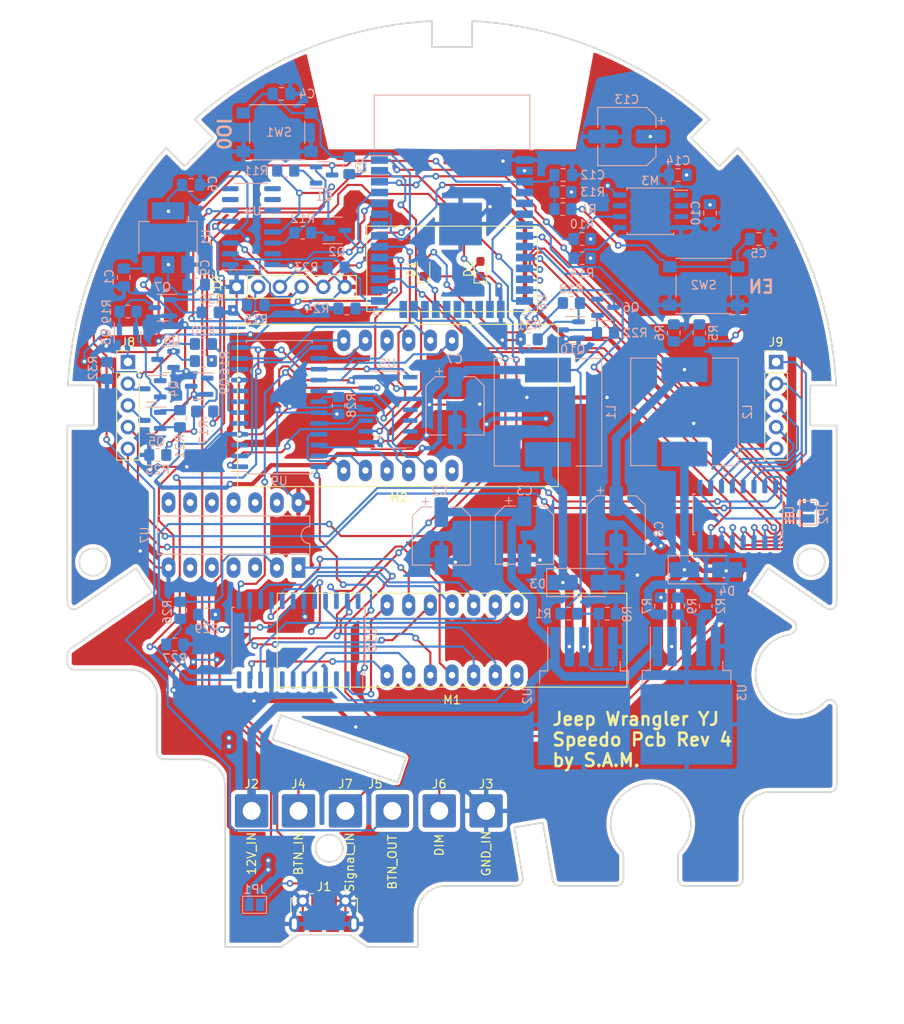
<source format=kicad_pcb>
(kicad_pcb (version 20211014) (generator pcbnew)
  (layers (0 "F.Cu" signal) (31 "B.Cu" signal) (34 "B.Paste" user) (35 "F.Paste" user) (36 "B.SilkS" user "B.Silkscreen") (37 "F.SilkS" user "F.Silkscreen") (38 "B.Mask" user) (39 "F.Mask" user) (44 "Edge.Cuts" user))
  (net 0 "")
  (net 1 "GND")
  (net 2 "+5V")
  (net 3 "+12V_Key")
  (net 4 "Net-(C4-Pad1)")
  (net 5 "Net-(C5-Pad1)")
  (net 6 "+3V3")
  (net 7 "+6V")
  (net 8 "EN")
  (net 9 "Net-(D1-Pad1)")
  (net 10 "Net-(D1-Pad2)")
  (net 11 "Net-(J1-Pad2)")
  (net 12 "Net-(J1-Pad1)")
  (net 14 "Net-(J1-Pad3)")
  (net 15 "BTN_IN")
  (net 16 "Net-(J6-Pad1)")
  (net 17 "Net-(J7-Pad1)")
  (net 18 "Net-(J8-Pad5)")
  (net 19 "Net-(J8-Pad4)")
  (net 20 "D3")
  (net 21 "D2")
  (net 22 "D1")
  (net 23 "Net-(J9-Pad1)")
  (net 24 "Net-(J9-Pad2)")
  (net 25 "Net-(J9-Pad3)")
  (net 26 "Net-(J9-Pad4)")
  (net 27 "Net-(J9-Pad5)")
  (net 28 "Net-(JP2-Pad1)")
  (net 29 "Net-(M1-Pad1)")
  (net 30 "Net-(M1-Pad2)")
  (net 31 "Net-(M1-Pad3)")
  (net 32 "Net-(M1-Pad4)")
  (net 33 "Net-(M1-Pad5)")
  (net 34 "Net-(M1-Pad6)")
  (net 35 "Net-(M2-Pad1)")
  (net 36 "Net-(M2-Pad2)")
  (net 37 "Net-(M2-Pad3)")
  (net 38 "Net-(Q1-Pad1)")
  (net 39 "Net-(Q1-Pad2)")
  (net 40 "IO0")
  (net 41 "Net-(Q2-Pad2)")
  (net 42 "Net-(Q2-Pad1)")
  (net 43 "Net-(Q3-Pad1)")
  (net 44 "Net-(Q4-Pad1)")
  (net 46 "Net-(Q10-Pad3)")
  (net 47 "Net-(R2-Pad1)")
  (net 48 "DIM_IN")
  (net 49 "SCL")
  (net 50 "IO4")
  (net 51 "IO12")
  (net 52 "IO13")
  (net 53 "IO14")
  (net 54 "Net-(R24-Pad2)")
  (net 55 "SDA")
  (net 56 "Speedsignal")
  (net 57 "Net-(R28-Pad1)")
  (net 58 "Net-(R29-Pad1)")
  (net 59 "ESP_RX")
  (net 60 "ESP_TX")
  (net 64 "Net-(Q7-Pad1)")
  (net 65 "Net-(Q8-Pad1)")
  (net 66 "Net-(Q10-Pad1)")
  (net 68 "IO32")
  (net 69 "IO33")
  (net 70 "IO25")
  (net 71 "IO26")
  (net 72 "IO27")
  (net 79 "MOSI_3.3")
  (net 80 "IO16")
  (net 81 "IO17")
  (net 82 "SS")
  (net 83 "SCK")
  (net 84 "MISO")
  (net 85 "SCK_3.3")
  (net 86 "MOSI")
  (net 87 "DOUT1")
  (net 88 "Net-(M2-PadD)")
  (net 89 "Net-(M2-PadDP)")
  (net 90 "Net-(M2-PadE)")
  (net 91 "Net-(M2-PadC)")
  (net 92 "Net-(M2-PadG)")
  (net 93 "Net-(M2-PadB)")
  (net 94 "Net-(M2-PadF)")
  (net 95 "Net-(M2-PadA)")
  (net 96 "SS_3.3")
  (net 103 "Net-(M1-PadA)")
  (net 104 "Net-(M1-PadF)")
  (net 105 "Net-(M1-PadB)")
  (net 106 "Net-(M1-PadG)")
  (net 107 "Net-(M1-PadC)")
  (net 108 "Net-(M1-PadE)")
  (net 109 "Net-(M1-PadDP)")
  (net 110 "Net-(M1-PadD)")
  (net 111 "DOUT2")
  (net 117 "Net-(R2-Pad2)")
  (net 122 "Net-(D3-Pad1)")
  (net 123 "Net-(D4-Pad1)")
  (net 124 "Net-(R1-Pad1)")
  (net 139 "Net-(Q5-Pad1)")
  (net 140 "Net-(Q9-Pad1)")
  (net 141 "Net-(R26-Pad2)")
  (footprint "7SEG:7SEG_6DIG_7.68_Cathode" (layer "F.Cu") (at 120 127.5)
    (fp_text reference "M1")
    (fp_text value "7SEG_6DIG_7.68_CATHODE")
  )
  (footprint "7SEG:7SEG_3DIG_14.2_Cathode" (layer "F.Cu") (at 113.65 100)
    (fp_text reference "M2")
    (fp_text value "7SEG_3DIG_14.2_CATHODE")
  )
  (footprint "Diode_SMD:D_0603_1608Metric_Pad1.05x0.95mm_HandSolder" (layer "F.Cu") (at 116.66 84 90)
    (fp_text reference "D1")
    (fp_text value "LED")
  )
  (footprint "Connector_USB:USB_Micro-B_Molex-105017-0001" (layer "F.Cu") (at 105 159.5)
    (fp_text reference "J1")
    (fp_text value "USB_B_Micro")
  )
  (footprint "Connector_PinHeader_2.54mm:PinHeader_1x05_P2.54mm_Vertical" (layer "F.Cu") (at 158 94.92)
    (fp_text reference "J9")
    (fp_text value "CDEFG")
  )
  (footprint "Connector_Wire:SolderWire-1.5sqmm_1x01_D1.7mm_OD3.9mm" (layer "F.Cu") (at 118.5 147.5)
    (fp_text reference "J6")
    (fp_text value "DIM")
  )
  (footprint "Connector_Wire:SolderWire-1.5sqmm_1x01_D1.7mm_OD3.9mm" (layer "F.Cu") (at 107.5 147.5)
    (fp_text reference "J7")
    (fp_text value "Signal_IN")
  )
  (footprint "Connector_Wire:SolderWire-1.5sqmm_1x01_D1.7mm_OD3.9mm" (layer "F.Cu") (at 124 147.5)
    (fp_text reference "J3")
    (fp_text value "GND_IN")
  )
  (footprint "Diode_SMD:D_0603_1608Metric_Pad1.05x0.95mm_HandSolder" (layer "F.Cu") (at 123.33 84 90)
    (fp_text reference "D2")
    (fp_text value "LED")
  )
  (footprint "Connector_Wire:SolderWire-1.5sqmm_1x01_D1.7mm_OD3.9mm" (layer "F.Cu") (at 102 147.5)
    (fp_text reference "J4")
    (fp_text value "BTN_IN")
  )
  (footprint "Connector_PinHeader_2.54mm:PinHeader_1x05_P2.54mm_Vertical" (layer "F.Cu") (at 82 94.92)
    (fp_text reference "J8")
    (fp_text value "D1D2D3AB")
  )
  (footprint "Connector_PinHeader_2.54mm:PinHeader_1x06_P2.54mm_Vertical" (layer "F.Cu") (at 94.742 86.106 90)
    (fp_text reference "J10")
    (fp_text value "Conn_01x06_Male")
  )
  (footprint "Connector_Wire:SolderWire-1.5sqmm_1x01_D1.7mm_OD3.9mm" (layer "F.Cu") (at 96.5 147.5)
    (fp_text reference "J2")
    (fp_text value "12V_IN")
  )
  (footprint "Connector_Wire:SolderWire-1.5sqmm_1x01_D1.7mm_OD3.9mm" (layer "F.Cu") (at 113 147.5)
    (fp_text reference "J5")
    (fp_text value "BTN_OUT")
  )
  (footprint "Jumper:SolderJumper-2_P1.3mm_Open_Pad1.0x1.5mm" (layer "B.Cu") (at 161.75 112.6 90)
    (fp_text reference "JP2")
    (fp_text value "SolderJumper_2_Open")
  )
  (footprint "Package_TO_SOT_SMD:SOT-23" (layer "B.Cu") (at 138 88.5)
    (fp_text reference "Q6")
    (fp_text value "Q_PMOS_GSD")
  )
  (footprint "Package_TO_SOT_SMD:SOT-23" (layer "B.Cu") (at 84.85 101.75 180)
    (fp_text reference "Q5")
    (fp_text value "Q_PMOS_GSD")
  )
  (footprint "Resistor_SMD:R_0805_2012Metric_Pad1.20x1.40mm_HandSolder" (layer "B.Cu") (at 100.5 72.5 180)
    (fp_text reference "R11")
    (fp_text value "10k")
  )
  (footprint "Resistor_SMD:R_0805_2012Metric_Pad1.20x1.40mm_HandSolder" (layer "B.Cu") (at 146 91.5 -90)
    (fp_text reference "R6")
    (fp_text value "5k")
  )
  (footprint "Resistor_SMD:R_0805_2012Metric_Pad1.20x1.40mm_HandSolder" (layer "B.Cu") (at 102.5 79.756 180)
    (fp_text reference "R12")
    (fp_text value "10k")
  )
  (footprint "Package_TO_SOT_SMD:SOT-23" (layer "B.Cu") (at 81.95 92 -90)
    (fp_text reference "Q3")
    (fp_text value "Q_PMOS_GSD")
  )
  (footprint "Package_TO_SOT_SMD:SOT-23" (layer "B.Cu") (at 84.85 98.05 180)
    (fp_text reference "Q4")
    (fp_text value "Q_PMOS_GSD")
  )
  (footprint "Resistor_SMD:R_0805_2012Metric_Pad1.20x1.40mm_HandSolder" (layer "B.Cu") (at 149 91.5 90)
    (fp_text reference "R5")
    (fp_text value "20k")
  )
  (footprint "Capacitor_SMD:C_0805_2012Metric_Pad1.18x1.45mm_HandSolder" (layer "B.Cu") (at 133.0375 73)
    (fp_text reference "C12")
    (fp_text value "1uF")
  )
  (footprint "Capacitor_SMD:C_0805_2012Metric_Pad1.18x1.45mm_HandSolder" (layer "B.Cu") (at 89.3865 74.168)
    (fp_text reference "C6")
    (fp_text value "10uF")
  )
  (footprint "Capacitor_SMD:C_0805_2012Metric_Pad1.18x1.45mm_HandSolder" (layer "B.Cu") (at 146.5 73 180)
    (fp_text reference "C14")
    (fp_text value "1uF")
  )
  (footprint "RF_Module:ESP32-WROOM-32" (layer "B.Cu") (at 120 79.5 180)
    (fp_text reference "U6")
    (fp_text value "ESP32-WROOM-32")
  )
  (footprint "Package_SO:SOIC-16_3.9x9.9mm_P1.27mm" (layer "B.Cu") (at 96.475 79.055)
    (fp_text reference "U4")
    (fp_text value "CH340C")
  )
  (footprint "Resistor_SMD:R_0805_2012Metric_Pad1.20x1.40mm_HandSolder" (layer "B.Cu") (at 87.5 128)
    (fp_text reference "R27")
    (fp_text value "20k")
  )
  (footprint "Resistor_SMD:R_0805_2012Metric_Pad1.20x1.40mm_HandSolder" (layer "B.Cu") (at 91 100.7)
    (fp_text reference "R17")
    (fp_text value "1k")
  )
  (footprint "Resistor_SMD:R_0805_2012Metric_Pad1.20x1.40mm_HandSolder" (layer "B.Cu") (at 107.68 88.646)
    (fp_text reference "R24")
    (fp_text value "5k")
  )
  (footprint "Resistor_SMD:R_0805_2012Metric_Pad1.20x1.40mm_HandSolder" (layer "B.Cu") (at 138 91.5 180)
    (fp_text reference "R22")
    (fp_text value "1k")
  )
  (footprint "Resistor_SMD:R_0805_2012Metric_Pad1.20x1.40mm_HandSolder" (layer "B.Cu") (at 134 88 180)
    (fp_text reference "R18")
    (fp_text value "1k")
  )
  (footprint "Resistor_SMD:R_0805_2012Metric_Pad1.20x1.40mm_HandSolder" (layer "B.Cu") (at 90.85 92.8 180)
    (fp_text reference "R20")
    (fp_text value "1k")
  )
  (footprint "Resistor_SMD:R_0805_2012Metric_Pad1.20x1.40mm_HandSolder" (layer "B.Cu") (at 90.85 94.8)
    (fp_text reference "R16")
    (fp_text value "1k")
  )
  (footprint "Resistor_SMD:R_0805_2012Metric_Pad1.20x1.40mm_HandSolder" (layer "B.Cu") (at 91.25 124.5)
    (fp_text reference "R29")
    (fp_text value "50k")
  )
  (footprint "Capacitor_SMD:CP_Elec_6.3x5.9" (layer "B.Cu") (at 140.5 68.5 180)
    (fp_text reference "C13")
    (fp_text value "100uF")
  )
  (footprint "Capacitor_SMD:C_0805_2012Metric_Pad1.18x1.45mm_HandSolder" (layer "B.Cu") (at 155.9625 80.5)
    (fp_text reference "C5")
    (fp_text value "1nF")
  )
  (footprint "Capacitor_SMD:C_0805_2012Metric_Pad1.18x1.45mm_HandSolder" (layer "B.Cu") (at 100 63.5)
    (fp_text reference "C4")
    (fp_text value "1nF")
  )
  (footprint "Package_TO_SOT_SMD:SOT-223-3_TabPin2" (layer "B.Cu") (at 86.7 80.35 90)
    (fp_text reference "U1")
    (fp_text value "NCP1117-3.3_SOT223")
  )
  (footprint "Resistor_SMD:R_0805_2012Metric_Pad1.20x1.40mm_HandSolder" (layer "B.Cu") (at 88.138 124 90)
    (fp_text reference "R26")
    (fp_text value "10k")
  )
  (footprint "Resistor_SMD:R_0805_2012Metric_Pad1.20x1.40mm_HandSolder" (layer "B.Cu") (at 133 75 180)
    (fp_text reference "R13")
    (fp_text value "12k")
  )
  (footprint "Resistor_SMD:R_0805_2012Metric_Pad1.20x1.40mm_HandSolder" (layer "B.Cu") (at 88.1 101.55 90)
    (fp_text reference "R21")
    (fp_text value "1k")
  )
  (footprint "Resistor_SMD:R_0805_2012Metric_Pad1.20x1.40mm_HandSolder" (layer "B.Cu") (at 107.95 71.9 90)
    (fp_text reference "R3")
    (fp_text value "470")
  )
  (footprint "Resistor_SMD:R_0805_2012Metric_Pad1.20x1.40mm_HandSolder" (layer "B.Cu") (at 106.7 100 -90)
    (fp_text reference "R28")
    (fp_text value "50k")
  )
  (footprint "Package_TO_SOT_SMD:SOT-23" (layer "B.Cu") (at 106.5 79.5)
    (fp_text reference "Q2")
    (fp_text value "BC817")
  )
  (footprint "Package_TO_SOT_SMD:SOT-23" (layer "B.Cu") (at 105 73)
    (fp_text reference "Q1")
    (fp_text value "BC817")
  )
  (footprint "Capacitor_SMD:C_0805_2012Metric_Pad1.18x1.45mm_HandSolder" (layer "B.Cu") (at 90 85.85)
    (fp_text reference "C9")
    (fp_text value "0.1uF")
  )
  (footprint "Jumper:SolderJumper-2_P1.3mm_Open_Pad1.0x1.5mm" (layer "B.Cu") (at 96.85 158.5 180)
    (fp_text reference "JP1")
    (fp_text value "SolderJumper_2_Open")
  )
  (footprint "Resistor_SMD:R_0805_2012Metric_Pad1.20x1.40mm_HandSolder" (layer "B.Cu") (at 133 77)
    (fp_text reference "R4")
    (fp_text value "470")
  )
  (footprint "Capacitor_SMD:C_0805_2012Metric_Pad1.18x1.45mm_HandSolder" (layer "B.Cu") (at 81.5 85 -90)
    (fp_text reference "C1")
    (fp_text value "10uF")
  )
  (footprint "Resistor_SMD:R_0805_2012Metric_Pad1.20x1.40mm_HandSolder" (layer "B.Cu") (at 106.41 83.82 180)
    (fp_text reference "R23")
    (fp_text value "5k")
  )
  (footprint "Resistor_SMD:R_0805_2012Metric_Pad1.20x1.40mm_HandSolder" (layer "B.Cu") (at 97 88.25)
    (fp_text reference "R15")
    (fp_text value "1k")
  )
  (footprint "Resistor_SMD:R_0805_2012Metric_Pad1.20x1.40mm_HandSolder" (layer "B.Cu") (at 82 89 180)
    (fp_text reference "R19")
    (fp_text value "1k")
  )
  (footprint "Button_Switch_SMD:SW_Push_1P1T_NO_6x6mm_H9.5mm" (layer "B.Cu") (at 99.5 68)
    (fp_text reference "SW1")
    (fp_text value "SW_Push")
  )
  (footprint "Button_Switch_SMD:SW_Push_1P1T_NO_6x6mm_H9.5mm" (layer "B.Cu") (at 149.5 86)
    (fp_text reference "SW2")
    (fp_text value "SW_Push")
  )
  (footprint "Package_SO:SOP-16_4.55x10.3mm_P1.27mm" (layer "B.Cu") (at 153.5 112.75 90)
    (fp_text reference "U8")
    (fp_text value "ULN2003")
  )
  (footprint "Package_SO:SOP-24_7.5x15.4mm_P1.27mm" (layer "B.Cu") (at 99.744 100.203)
    (fp_text reference "U9")
    (fp_text value "MAX7219")
  )
  (footprint "Package_SO:SOP-24_7.5x15.4mm_P1.27mm" (layer "B.Cu") (at 102 127.5 90)
    (fp_text reference "U10")
    (fp_text value "MAX7219")
  )
  (footprint "Package_DIP:DIP-14_W7.62mm_LongPads" (layer "B.Cu") (at 102 119 90)
    (fp_text reference "U7")
    (fp_text value "CD40106BE")
  )
  (footprint "Capacitor_SMD:CP_Elec_6.3x5.9" (layer "B.Cu") (at 118.75 115.3 -90)
    (fp_text reference "C2")
    (fp_text value "100uF")
  )
  (footprint "Capacitor_SMD:CP_Elec_6.3x5.9" (layer "B.Cu") (at 128.5 115.2 -90)
    (fp_text reference "C3")
    (fp_text value "100uF")
  )
  (footprint "Capacitor_SMD:CP_Elec_6.3x5.9" (layer "B.Cu") (at 120.35 100.05 -90)
    (fp_text reference "C7")
    (fp_text value "100uF")
  )
  (footprint "Capacitor_SMD:C_0805_2012Metric_Pad1.18x1.45mm_HandSolder" (layer "B.Cu") (at 150.25 77.4625 -90)
    (fp_text reference "C10")
    (fp_text value "10uF")
  )
  (footprint "Diode_SMD:D_SMA_Handsoldering" (layer "B.Cu") (at 135.5 120.75)
    (fp_text reference "D3")
    (fp_text value "MBR360")
  )
  (footprint "Diode_SMD:D_SMA_Handsoldering" (layer "B.Cu") (at 149.75 119.25)
    (fp_text reference "D4")
    (fp_text value "MBR360")
  )
  (footprint "Inductor_SMD:L_12x12mm_H8mm" (layer "B.Cu") (at 131.25 100.8 90)
    (fp_text reference "L1")
    (fp_text value "470uH")
  )
  (footprint "Inductor_SMD:L_12x12mm_H8mm" (layer "B.Cu") (at 147.25 100.75 90)
    (fp_text reference "L2")
    (fp_text value "470uH")
  )
  (footprint "Resistor_SMD:R_0805_2012Metric_Pad1.20x1.40mm_HandSolder" (layer "B.Cu") (at 133.7 124.4 180)
    (fp_text reference "R1")
    (fp_text value "20k")
  )
  (footprint "Resistor_SMD:R_0805_2012Metric_Pad1.20x1.40mm_HandSolder" (layer "B.Cu") (at 149.75 123.5 -90)
    (fp_text reference "R2")
    (fp_text value "15k")
  )
  (footprint "Resistor_SMD:R_0805_2012Metric_Pad1.20x1.40mm_HandSolder" (layer "B.Cu") (at 144.5 123.5 -90)
    (fp_text reference "R7")
    (fp_text value "470")
  )
  (footprint "Resistor_SMD:R_0805_2012Metric_Pad1.20x1.40mm_HandSolder" (layer "B.Cu") (at 138.2 124.4 180)
    (fp_text reference "R8")
    (fp_text value "5k")
  )
  (footprint "Resistor_SMD:R_0805_2012Metric_Pad1.20x1.40mm_HandSolder" (layer "B.Cu") (at 146.5 123.5 90)
    (fp_text reference "R9")
    (fp_text value "5k")
  )
  (footprint "Resistor_SMD:R_0805_2012Metric_Pad1.20x1.40mm_HandSolder" (layer "B.Cu") (at 135.25 80.5)
    (fp_text reference "R10")
    (fp_text value "10k")
  )
  (footprint "Resistor_SMD:R_0805_2012Metric_Pad1.20x1.40mm_HandSolder" (layer "B.Cu") (at 135.25 82.75)
    (fp_text reference "R14")
    (fp_text value "10k")
  )
  (footprint "Package_TO_SOT_SMD:TO-263-5_TabPin3" (layer "B.Cu") (at 135.475 134.05 -90)
    (fp_text reference "U2")
    (fp_text value "LM2576HVS-ADJ")
  )
  (footprint "Package_TO_SOT_SMD:TO-263-5_TabPin3" (layer "B.Cu") (at 147.5 134 -90)
    (fp_text reference "U3")
    (fp_text value "LM2576HVS-ADJ")
  )
  (footprint "Capacitor_SMD:CP_Elec_6.3x5.9" (layer "B.Cu") (at 139.25 114 -90)
    (fp_text reference "C8")
    (fp_text value "100uF")
  )
  (footprint "Package_SO:SOP-8_5.28x5.23mm_P1.27mm" (layer "B.Cu") (at 143.25 77.25 180)
    (fp_text reference "M3")
    (fp_text value "MB85RC256VPF-G-JNERE2")
  )
  (footprint "Package_TO_SOT_SMD:SOT-23" (layer "B.Cu") (at 86.0625 88.55 180)
    (fp_text reference "Q7")
    (fp_text value "BC817")
  )
  (footprint "Resistor_SMD:R_0805_2012Metric_Pad1.20x1.40mm_HandSolder" (layer "B.Cu") (at 129.05 92.25 180)
    (fp_text reference "R31")
    (fp_text value "DNP")
  )
  (footprint "Resistor_SMD:R_0805_2012Metric_Pad1.20x1.40mm_HandSolder" (layer "B.Cu") (at 79.55 95.9 -90)
    (fp_text reference "R32")
    (fp_text value "DNP")
  )
  (footprint "74hct125:74HCT125D" (layer "B.Cu") (at 112.5 100.5)
    (fp_text reference "U5")
    (fp_text value "74HCT125D")
  )
  (footprint "Resistor_SMD:R_0805_2012Metric_Pad1.20x1.40mm_HandSolder" (layer "B.Cu") (at 85.5 105.8 180)
    (fp_text reference "R25")
    (fp_text value "DNP")
  )
  (footprint "Package_TO_SOT_SMD:SOT-23" (layer "B.Cu") (at 133.9 91.15 180)
    (fp_text reference "Q10")
    (fp_text value "BC817")
  )
  (footprint "Package_TO_SOT_SMD:SOT-23" (layer "B.Cu") (at 86.4125 94.6 180)
    (fp_text reference "Q8")
    (fp_text value "BC817")
  )
  (footprint "Package_TO_SOT_SMD:SOT-23" (layer "B.Cu") (at 90.35 97.75 180)
    (fp_text reference "Q9")
    (fp_text value "BC817")
  )
  (footprint "Resistor_SMD:R_0805_2012Metric_Pad1.20x1.40mm_HandSolder" (layer "B.Cu") (at 91.65 89.1)
    (fp_text reference "R30")
    (fp_text value "DNP")
  )
  (gr_line (start 110 89) (end 110 79) (layer "F.SilkS") (width 0.12))
  (gr_line (start 110 89) (end 130 89) (layer "F.SilkS") (width 0.12))
  (gr_line (start 110 79) (end 130 79) (layer "F.SilkS") (width 0.12))
  (gr_line (start 130 79) (end 130 89) (layer "F.SilkS") (width 0.12))
  (gr_line (start 117.65 58) (end 117.65 54.961266) (layer "Edge.Cuts") (width 0.2))
  (gr_line (start 122.35 54.961266) (end 122.35 58) (layer "Edge.Cuts") (width 0.2))
  (gr_line (start 162 102.35) (end 162 97.65) (layer "Edge.Cuts") (width 0.2))
  (gr_line (start 162 97.65) (end 165.038733 97.65) (layer "Edge.Cuts") (width 0.2))
  (gr_line (start 122.35 58) (end 117.65 58) (layer "Edge.Cuts") (width 0.2))
  (gr_arc (start 122.349999 54.961267) (mid 137.259022 58.333033) (end 150.185492 66.491105) (layer "Edge.Cuts") (width 0.2))
  (gr_line (start 165.1 102.35) (end 162 102.35) (layer "Edge.Cuts") (width 0.2))
  (gr_line (start 151.360185 71.963216) (end 148.036783 68.639814) (layer "Edge.Cuts") (width 0.2))
  (gr_line (start 148.036783 68.639814) (end 150.185492 66.491105) (layer "Edge.Cuts") (width 0.2))
  (gr_line (start 153.508894 69.814507) (end 151.360185 71.963216) (layer "Edge.Cuts") (width 0.2))
  (gr_arc (start 153.508894 69.814507) (mid 161.666966 82.740977) (end 165.038733 97.65) (layer "Edge.Cuts") (width 0.2))
  (gr_line (start 93.4 163.45) (end 100 163.45) (layer "Edge.Cuts") (width 0.2))
  (gr_line (start 110 163.45) (end 116 163.45) (layer "Edge.Cuts") (width 0.2))
  (gr_line (start 88.639814 71.963216) (end 86.491105 69.814507) (layer "Edge.Cuts") (width 0.2))
  (gr_line (start 74.961266 97.65) (end 78 97.65) (layer "Edge.Cuts") (width 0.2))
  (gr_line (start 130.645262 148.876079) (end 131.798575 155.634571) (layer "Edge.Cuts") (width 0.2))
  (gr_line (start 93.4 144.65) (end 93.4 163.45) (layer "Edge.Cuts") (width 0.2))
  (gr_line (start 84.850959 121.876031) (end 75.24525 128.512779) (layer "Edge.Cuts") (width 0.2))
  (gr_line (start 74.9 129.170961) (end 74.9 130.15) (layer "Edge.Cuts") (width 0.2))
  (gr_line (start 165.1 144.5) (end 165.1 135.274917) (layer "Edge.Cuts") (width 0.2))
  (gr_arc (start 165.100001 123.093614) (mid 164.671618 123.802063) (end 163.84525 123.751795) (layer "Edge.Cuts") (width 0.2))
  (gr_line (start 165.1 123.093613) (end 165.1 102.35) (layer "Edge.Cuts") (width 0.2))
  (gr_line (start 113.618267 144.15) (end 114.59124 141.312162) (layer "Edge.Cuts") (width 0.2))
  (gr_arc (start 74.961266 97.65) (mid 78.333032 82.740977) (end 86.491105 69.814507) (layer "Edge.Cuts") (width 0.2))
  (gr_line (start 160.030588 125.248776) (end 155.14904 121.876031) (layer "Edge.Cuts") (width 0.2))
  (gr_line (start 140.1 155.5) (end 140.1 152.774917) (layer "Edge.Cuts") (width 0.2))
  (gr_arc (start 90.2 141.45) (mid 92.462742 142.387258) (end 93.4 144.65) (layer "Edge.Cuts") (width 0.2))
  (gr_line (start 157.081723 119.078758) (end 163.84525 123.751795) (layer "Edge.Cuts") (width 0.2))
  (gr_line (start 75.7 130.949999) (end 82.2 130.949999) (layer "Edge.Cuts") (width 0.2))
  (gr_line (start 119.2 156.3) (end 127.514897 156.3) (layer "Edge.Cuts") (width 0.2))
  (gr_line (start 159.884949 126.691909) (end 160.090069 126.519793) (layer "Edge.Cuts") (width 0.2))
  (gr_arc (start 159.884949 126.691909) (mid 159.707088 126.804922) (end 159.505887 126.867572) (layer "Edge.Cuts") (width 0.2))
  (gr_arc (start 76.154749 123.751795) (mid 75.328381 123.802062) (end 74.9 123.093613) (layer "Edge.Cuts") (width 0.2))
  (gr_arc (start 165.1 144.5) (mid 164.865685 145.065685) (end 164.3 145.3) (layer "Edge.Cuts") (width 0.2))
  (gr_line (start 86.2 141.45) (end 90.2 141.45) (layer "Edge.Cuts") (width 0.2))
  (gr_line (start 116 163.45) (end 116 159.5) (layer "Edge.Cuts") (width 0.2))
  (gr_line (start 91.963216 68.639814) (end 88.639814 71.963216) (layer "Edge.Cuts") (width 0.2))
  (gr_line (start 127.293711 149.448009) (end 130.645262 148.876079) (layer "Edge.Cuts") (width 0.2))
  (gr_line (start 154.1 155.5) (end 154.1 148.5) (layer "Edge.Cuts") (width 0.2))
  (gr_line (start 114.59124 141.312162) (end 99.929078 136.285135) (layer "Edge.Cuts") (width 0.2))
  (gr_arc (start 146.499999 152.774917) (mid 146.556543 152.479497) (end 146.718181 152.225838) (layer "Edge.Cuts") (width 0.2))
  (gr_line (start 155.14904 121.876031) (end 157.081723 119.078758) (layer "Edge.Cuts") (width 0.2))
  (gr_line (start 78 97.65) (end 78 102.35) (layer "Edge.Cuts") (width 0.2))
  (gr_arc (start 139.881819 152.225838) (mid 143.3 144.300001) (end 146.718181 152.225838) (layer "Edge.Cuts") (width 0.2))
  (gr_line (start 74.9 102.35) (end 74.9 123.093613) (layer "Edge.Cuts") (width 0.2))
  (gr_arc (start 147.3 156.3) (mid 146.734315 156.065685) (end 146.5 155.5) (layer "Edge.Cuts") (width 0.2))
  (gr_arc (start 163.718182 134.725838) (mid 164.59542 134.531461) (end 165.1 135.274917) (layer "Edge.Cuts") (width 0.2))
  (gr_arc (start 140.1 155.5) (mid 139.865685 156.065685) (end 139.3 156.3) (layer "Edge.Cuts") (width 0.2))
  (gr_arc (start 128.303497 155.365428) (mid 128.126312 156.015918) (end 127.514897 156.3) (layer "Edge.Cuts") (width 0.2))
  (gr_arc (start 160.030588 125.248776) (mid 160.374965 125.86956) (end 160.090069 126.519793) (layer "Edge.Cuts") (width 0.2))
  (gr_arc (start 86.2 141.45) (mid 85.634315 141.215685) (end 85.4 140.65) (layer "Edge.Cuts") (width 0.2))
  (gr_line (start 89.814507 66.491105) (end 91.963216 68.639814) (layer "Edge.Cuts") (width 0.2))
  (gr_line (start 147.3 156.3) (end 153.3 156.3) (layer "Edge.Cuts") (width 0.2))
  (gr_arc (start 163.718183 134.725838) (mid 156.157595 133.720469) (end 159.505887 126.867572) (layer "Edge.Cuts") (width 0.2))
  (gr_arc (start 89.814507 66.491105) (mid 102.740977 58.333033) (end 117.65 54.961266) (layer "Edge.Cuts") (width 0.2))
  (gr_arc (start 139.881818 152.225838) (mid 140.043456 152.479497) (end 140.1 152.774917) (layer "Edge.Cuts") (width 0.2))
  (gr_line (start 157.3 145.3) (end 164.3 145.3) (layer "Edge.Cuts") (width 0.2))
  (gr_arc (start 154.1 155.5) (mid 153.865685 156.065685) (end 153.3 156.3) (layer "Edge.Cuts") (width 0.2))
  (gr_circle (center 105.604275 151.886891) (end 107.204275 151.886891) (layer "Edge.Cuts") (width 0.2) (fill none))
  (gr_line (start 98.956105 139.122972) (end 113.618267 144.15) (layer "Edge.Cuts") (width 0.2))
  (gr_arc (start 74.899999 129.170962) (mid 74.99155 128.799343) (end 75.24525 128.512779) (layer "Edge.Cuts") (width 0.2))
  (gr_arc (start 154.1 148.5) (mid 155.037258 146.237258) (end 157.3 145.3) (layer "Edge.Cuts") (width 0.2))
  (gr_line (start 85.4 134.15) (end 85.4 140.65) (layer "Edge.Cuts") (width 0.2))
  (gr_line (start 108 162) (end 110 163.45) (layer "Edge.Cuts") (width 0.2))
  (gr_line (start 76.154749 123.751795) (end 82.918276 119.078758) (layer "Edge.Cuts") (width 0.2))
  (gr_line (start 102 162) (end 100 163.45) (layer "Edge.Cuts") (width 0.2))
  (gr_arc (start 82.2 130.95) (mid 84.462742 131.887258) (end 85.4 134.15) (layer "Edge.Cuts") (width 0.2))
  (gr_circle (center 162.1 118.35) (end 163.7 118.35) (layer "Edge.Cuts") (width 0.2) (fill none))
  (gr_circle (center 77.9 118.35) (end 79.5 118.35) (layer "Edge.Cuts") (width 0.2) (fill none))
  (gr_arc (start 75.7 130.95) (mid 75.134315 130.715685) (end 74.9 130.15) (layer "Edge.Cuts") (width 0.2))
  (gr_line (start 128.303498 155.365428) (end 127.293711 149.448009) (layer "Edge.Cuts") (width 0.2))
  (gr_line (start 102 162) (end 108 162) (layer "Edge.Cuts") (width 0.2))
  (gr_line (start 146.5 152.774917) (end 146.5 155.5) (layer "Edge.Cuts") (width 0.2))
  (gr_line (start 78 102.35) (end 74.9 102.35) (layer "Edge.Cuts") (width 0.2))
  (gr_line (start 132.587176 156.3) (end 139.3 156.3) (layer "Edge.Cuts") (width 0.2))
  (gr_line (start 99.929078 136.285135) (end 98.956105 139.122972) (layer "Edge.Cuts") (width 0.2))
  (gr_arc (start 116 159.5) (mid 116.937258 157.237258) (end 119.2 156.3) (layer "Edge.Cuts") (width 0.2))
  (gr_line (start 82.918276 119.078758) (end 84.850959 121.876031) (layer "Edge.Cuts") (width 0.2))
  (gr_arc (start 132.587175 156.300001) (mid 132.071257 156.111415) (end 131.798575 155.634571) (layer "Edge.Cuts") (width 0.2))
  (gr_text "IO0" (at 93.35 68.2 90) (layer "B.SilkS") (effects (font (size 1.5 1.5) (thickness 0.3)) (justify mirror)))
  (gr_text "EN" (at 156.25 86.1) (layer "B.SilkS") (effects (font (size 1.5 1.5) (thickness 0.3)) (justify mirror)))
  (gr_text "Jeep Wrangler YJ\nSpeedo Pcb Rev 4\nby S.A.M." (at 131.6 139.15) (layer "F.SilkS") (effects (font (size 1.5 1.5) (thickness 0.3)) (justify left)))
  (segment (start 89.75 98.7) (end 84.6 103.85) (width 0.25) (layer "F.Cu") (net 1))
  (segment (start 97.672 103.378) (end 100.95 100.1) (width 0.25) (layer "F.Cu") (net 1))
  (segment (start 88.7 90.55) (end 88.7 95.85) (width 0.25) (layer "F.Cu") (net 1))
  (segment (start 152.146 119.38) (end 149.352 119.38) (width 0.5) (layer "F.Cu") (net 1))
  (segment (start 95.7 90.15) (end 97.3 90.15) (width 0.25) (layer "F.Cu") (net 1))
  (segment (start 100.765103 95.422489) (end 100.164897 95.422489) (width 0.25) (layer "F.Cu") (net 1))
  (segment (start 88.7 95.85) (end 88.85 96) (width 0.25) (layer "F.Cu") (net 1))
  (segment (start 88.392 130.048) (end 87.376 131.064) (width 0.25) (layer "F.Cu") (net 1))
  (segment (start 105.664 134.62) (end 108.712 137.668) (width 0.5) (layer "F.Cu") (net 1))
  (segment (start 94.996 103.28) (end 95.094 103.378) (width 0.25) (layer "F.Cu") (net 1))
  (segment (start 125.9 92.35) (end 127.95 92.35) (width 0.25) (layer "F.Cu") (net 1))
  (segment (start 102.1 160.7375) (end 108.5 160.7375) (width 0.25) (layer "F.Cu") (net 1))
  (segment (start 94.742 88.408) (end 94.35 88.8) (width 0.25) (layer "F.Cu") (net 1))
  (segment (start 124.375 84.875) (end 125.5 86) (width 0.25) (layer "F.Cu") (net 1))
  (segment (start 111.65 104.1505) (end 113.0995 104.1505) (width 0.25) (layer "F.Cu") (net 1))
  (segment (start 79.45 93.05) (end 80.145489 93.745489) (width 0.25) (layer "F.Cu") (net 1))
  (segment (start 87.376 131.064) (end 87.376 133.35) (width 0.25) (layer "F.Cu") (net 1))
  (segment (start 127.95 92.35) (end 128.05 92.25) (width 0.25) (layer "F.Cu") (net 1))
  (segment (start 138.176 99.06) (end 128.778 99.06) (width 0.5) (layer "F.Cu") (net 1))
  (segment (start 85.4 119) (end 83.45 117.05) (width 0.25) (layer "F.Cu") (net 1))
  (segment (start 87.875408 107.188) (end 85.63499 109.428418) (width 0.25) (layer "F.Cu") (net 1))
  (segment (start 96.774 134.62) (end 105.664 134.62) (width 0.5) (layer "F.Cu") (net 1))
  (segment (start 120.65 118.11) (end 120.396 118.364) (width 0.5) (layer "F.Cu") (net 1))
  (segment (start 145.47199 115.49999) (end 144.106493 115.49999) (width 0.5) (layer "F.Cu") (net 1))
  (segment (start 128.551979 78.701979) (end 128.551979 87.403979) (width 0.5) (layer "F.Cu") (net 1))
  (segment (start 87.875408 107.188) (end 84.962 107.188) (width 0.25) (layer "F.Cu") (net 1))
  (segment (start 99.740489 98.890489) (end 100.95 100.1) (width 0.25) (layer "F.Cu") (net 1))
  (segment (start 85.504511 93.745489) (end 88.7 90.55) (width 0.25) (layer "F.Cu") (net 1))
  (segment (start 88.85 96) (end 89.75 96.9) (width 0.25) (layer "F.Cu") (net 1))
  (segment (start 87.339001 115.221999) (end 87.339001 118.420999) (width 0.25) (layer "F.Cu") (net 1))
  (segment (start 144.106493 115.49999) (end 141.732 117.874483) (width 0.5) (layer "F.Cu") (net 1))
  (segment (start 80.145489 93.745489) (end 85.504511 93.745489) (width 0.25) (layer "F.Cu") (net 1))
  (segment (start 102.392614 97.05) (end 100.765103 95.422489) (width 0.25) (layer "F.Cu") (net 1))
  (segment (start 135.475 128.275) (end 135.475 121.881484) (width 0.5) (layer "F.Cu") (net 1))
  (segment (start 94.742 86.106) (end 94.742 88.408) (width 0.25) (layer "F.Cu") (net 1))
  (segment (start 124.46 76.708) (end 126.558 76.708) (width 0.5) (layer "F.Cu") (net 1))
  (segment (start 123.33 84.875) (end 124.375 84.875) (width 0.25) (layer "F.Cu") (net 1))
  (segment (start 84.6 103.85) (end 84.6 107.55) (width 0.25) (layer "F.Cu") (net 1))
  (segment (start 85.63499 109.428418) (end 85.63499 113.517988) (width 0.25) (layer "F.Cu") (net 1))
  (segment (start 85.63499 113.517988) (end 87.339001 115.221999) (width 0.25) (layer "F.Cu") (net 1))
  (segment (start 107.5 158.0375) (end 107.5 159.7375) (width 0.25) (layer "F.Cu") (net 1))
  (segment (start 130.302 118.11) (end 120.65 118.11) (width 0.5) (layer "F.Cu") (net 1))
  (segment (start 131.703516 118.11) (end 130.302 118.11) (width 0.5) (layer "F.Cu") (net 1))
  (segment (start 94.35 88.8) (end 95.7 90.15) (width 0.25) (layer "F.Cu") (net 1))
  (segment (start 126.558 76.708) (end 128.551979 78.701979) (width 0.5) (layer "F.Cu") (net 1))
  (segment (start 113.0995 104.1505) (end 117.35 99.9) (width 0.25) (layer "F.Cu") (net 1))
  (segment (start 89.75 96.9) (end 89.75 98.65) (width 0.25) (layer "F.Cu") (net 1))
  (segment (start 84.962 107.188) (end 84.6 107.55) (width 0.25) (layer "F.Cu") (net 1))
  (segment (start 106.3 158.0375) (end 107.5 158.0375) (width 0.25) (layer "F.Cu") (net 1))
  (segment (start 123.2 99.9) (end 123.25 99.85) (width 0.25) (layer "F.Cu") (net 1))
  (segment (start 99.740489 95.846897) (end 99.740489 98.890489) (width 0.25) (layer "F.Cu") (net 1))
  (segment (start 149.352 119.38) (end 145.47199 115.49999) (width 0.5) (layer "F.Cu") (net 1))
  (segment (start 138.43 92.202) (end 148.336 102.108) (width 0.5) (layer "F.Cu") (net 1))
  (segment (start 135.475 121.881484) (end 131.703516 118.11) (width 0.5) (layer "F.Cu") (net 1))
  (segment (start 113.538 72.39) (end 124.968 72.39) (width 0.25) (layer "F.Cu") (net 1))
  (segment (start 141.732 117.874483) (end 141.732 119.888) (width 0.5) (layer "F.Cu") (net 1))
  (segment (start 133.35 92.202) (end 138.43 92.202) (width 0.5) (layer "F.Cu") (net 1))
  (segment (start 108.2 97.05) (end 102.392614 97.05) (width 0.25) (layer "F.Cu") (net 1))
  (segment (start 102.1 160.7375) (end 101.5 160.7375) (width 0.25) (layer "F.Cu") (net 1))
  (segment (start 88.9 107.188) (end 87.875408 107.188) (width 0.25) (layer "F.Cu") (net 1))
  (segment (start 124.968 72.39) (end 125.984 71.374) (width 0.25) (layer "F.Cu") (net 1))
  (segment (start 102.5 158.0375) (end 102.5 160.3375) (width 0.25) (layer "F.Cu") (net 1))
  (segment (start 107.5 159.7375) (end 108.5 160.7375) (width 0.25) (layer "F.Cu") (net 1))
  (segment (start 117.35 99.9) (end 123.2 99.9) (width 0.25) (layer "F.Cu") (net 1))
  (segment (start 94.996 97.028) (end 94.996 103.28) (width 0.25) (layer "F.Cu") (net 1))
  (segment (start 95.094 103.378) (end 97.672 103.378) (width 0.25) (layer "F.Cu") (net 1))
  (segment (start 86.76 119) (end 85.4 119) (width 0.25) (layer "F.Cu") (net 1))
  (segment (start 100.164897 95.422489) (end 99.740489 95.846897) (width 0.25) (layer "F.Cu") (net 1))
  (segment (start 128.551979 87.403979) (end 133.35 92.202) (width 0.5) (layer "F.Cu") (net 1))
  (via (at 128.778 99.06) (size 0.8) (drill 0.4) (layers "F.Cu" "B.Cu") (net 1))
  (via (at 94.996 97.028) (size 0.8) (drill 0.4) (layers "F.Cu" "B.Cu") (net 1))
  (via (at 152.146 119.38) (size 0.8) (drill 0.4) (layers "F.Cu" "B.Cu") (net 1))
  (via (at 88.392 130.048) (size 0.8) (drill 0.4) (layers "F.Cu" "B.Cu") (net 1))
  (via (at 79.45 93.05) (size 0.8) (drill 0.4) (layers "F.Cu" "B.Cu") (net 1))
  (via (at 130.302 118.11) (size 0.8) (drill 0.4) (layers "F.Cu" "B.Cu") (net 1))
  (via (at 100.95 100.1) (size 0.8) (drill 0.4) (layers "F.Cu" "B.Cu") (net 1))
  (via (at 95.094 103.378) (size 0.8) (drill 0.4) (layers "F.Cu" "B.Cu") (net 1))
  (via (at 123.25 99.85) (size 0.8) (drill 0.4) (layers "F.Cu" "B.Cu") (net 1))
  (via (at 125.5 86) (size 0.8) (drill 0.4) (layers "F.Cu" "B.Cu") (net 1))
  (via (at 88.9 107.188) (size 0.8) (drill 0.4) (layers "F.Cu" "B.Cu") (net 1))
  (via (at 111.65 104.1505) (size 0.8) (drill 0.4) (layers "F.Cu" "B.Cu") (net 1))
  (via (at 87.376 133.35) (size 0.8) (drill 0.4) (layers "F.Cu" "B.Cu") (net 1))
  (via (at 120.396 118.364) (size 0.8) (drill 0.4) (layers "F.Cu" "B.Cu") (net 1))
  (via (at 133.35 92.202) (size 0.8) (drill 0.4) (layers "F.Cu" "B.Cu") (net 1))
  (via (at 84.6 107.55) (size 0.8) (drill 0.4) (layers "F.Cu" "B.Cu") (net 1))
  (via (at 88.85 96) (size 0.8) (drill 0.4) (layers "F.Cu" "B.Cu") (net 1))
  (via (at 148.336 102.108) (size 0.8) (drill 0.4) (layers "F.Cu" "B.Cu") (net 1))
  (via (at 128.05 92.25) (size 0.8) (drill 0.4) (layers "F.Cu" "B.Cu") (net 1))
  (via (at 125.984 71.374) (size 0.8) (drill 0.4) (layers "F.Cu" "B.Cu") (net 1))
  (via (at 141.732 119.888) (size 0.8) (drill 0.4) (layers "F.Cu" "B.Cu") (net 1))
  (via (at 89.75 98.7) (size 0.8) (drill 0.4) (layers "F.Cu" "B.Cu") (net 1))
  (via (at 94.35 88.8) (size 0.8) (drill 0.4) (layers "F.Cu" "B.Cu") (net 1))
  (via (at 124.46 76.708) (size 0.8) (drill 0.4) (layers "F.Cu" "B.Cu") (net 1))
  (via (at 97.3 90.15) (size 0.8) (drill 0.4) (layers "F.Cu" "B.Cu") (net 1))
  (via (at 83.45 117.05) (size 0.8) (drill 0.4) (layers "F.Cu" "B.Cu") (net 1))
  (via (at 117.35 99.9) (size 0.8) (drill 0.4) (layers "F.Cu" "B.Cu") (net 1))
  (via (at 108.2 97.05) (size 0.8) (drill 0.4) (layers "F.Cu" "B.Cu") (net 1))
  (via (at 125.9 92.35) (size 0.8) (drill 0.4) (layers "F.Cu" "B.Cu") (net 1))
  (via (at 113.538 72.39) (size 0.8) (drill 0.4) (layers "F.Cu" "B.Cu") (net 1))
  (via (at 108.712 137.668) (size 0.8) (drill 0.4) (layers "F.Cu" "B.Cu") (net 1))
  (via (at 135.475 128.275) (size 0.8) (drill 0.4) (layers "F.Cu" "B.Cu") (net 1))
  (via (at 88.7 90.55) (size 0.8) (drill 0.4) (layers "F.Cu" "B.Cu") (net 1))
  (via (at 138.176 99.06) (size 0.8) (drill 0.4) (layers "F.Cu" "B.Cu") (net 1))
  (via (at 96.774 134.62) (size 0.8) (drill 0.4) (layers "F.Cu" "B.Cu") (net 1))
  (segment (start 94.742 86.106) (end 94.742 84.242) (width 0.25) (layer "B.Cu") (net 1))
  (segment (start 116.078 137.668) (end 118.618 140.208) (width 0.5) (layer "B.Cu") (net 1))
  (segment (start 107.5 158.0375) (end 113.4625 158.0375) (width 0.25) (layer "B.Cu") (net 1))
  (segment (start 125.715 86.215) (end 125.715 88.755) (width 0.25) (layer "B.Cu") (net 1))
  (segment (start 111.4905 104.31) (end 111.65 104.1505) (width 0.25) (layer "B.Cu") (net 1))
  (segment (start 84.783572 86.8) (end 82.2625 86.8) (width 0.25) (layer "B.Cu") (net 1))
  (segment (start 125.715 88.755) (end 125.715 92.165) (width 0.25) (layer "B.Cu") (net 1))
  (segment (start 135.475 137.425) (end 147.45 137.425) (width 1) (layer "B.Cu") (net 1))
  (segment (start 92.1 85.45) (end 92.1 84.3) (width 0.25) (layer "B.Cu") (net 1))
  (segment (start 82.2625 86.8) (end 81.5 86.0375) (width 0.25) (layer "B.Cu") (net 1))
  (segment (start 91.2875 98.7) (end 89.75 98.7) (width 0.25) (layer "B.Cu") (net 1))
  (segment (start 120.396 118.364) (end 119.014 118.364) (width 0.5) (layer "B.Cu") (net 1))
  (segment (start 113.539214 99.23) (end 115.1035 99.23) (width 0.25) (layer "B.Cu") (net 1))
  (segment (start 147.5 125.5) (end 147.5 128.225) (width 0.25) (layer "B.Cu") (net 1))
  (segment (start 113.538 72.033) (end 113.538 72.39) (width 0.25) (layer "B.Cu") (net 1))
  (segment (start 105.649026 100.23848) (end 105.837506 100.05) (width 0.25) (layer "B.Cu") (net 1))
  (segment (start 89 83.5) (end 89 85.5) (width 0.25) (layer "B.Cu") (net 1))
  (segment (start 88.94841 107.188) (end 88.9 107.188) (width 0.25) (layer "B.Cu") (net 1))
  (segment (start 108.56 96.69) (end 108.2 97.05) (width 0.25) (layer "B.Cu") (net 1))
  (segment (start 125.5 86) (end 125.715 86.215) (width 0.25) (layer "B.Cu") (net 1))
  (segment (start 84.6 105.9) (end 84.5 105.8) (width 0.25) (layer "B.Cu") (net 1))
  (segment (start 118.618 140.208) (end 118.618 142.118) (width 0.5) (layer "B.Cu") (net 1))
  (segment (start 101.08848 100.23848) (end 105.649026 100.23848) (width 0.25) (layer "B.Cu") (net 1))
  (segment (start 105.837506 100.05) (end 109.4465 100.05) (width 0.25) (layer "B.Cu") (net 1))
  (segment (start 100.95 100.1) (end 101.08848 100.23848) (width 0.25) (layer "B.Cu") (net 1))
  (segment (start 87 89.5) (end 87 89.016428) (width 0.25) (layer "B.Cu") (net 1))
  (segment (start 108.712 137.668) (end 116.078 137.668) (width 0.5) (layer "B.Cu") (net 1))
  (segment (start 122.423 78.745) (end 124.46 76.708) (width 0.5) (layer "B.Cu") (net 1))
  (segment (start 130.302 118.11) (end 128.61 118.11) (width 0.5) (layer "B.Cu") (net 1))
  (segment (start 87 89.016428) (end 84.783572 86.8) (width 0.25) (layer "B.Cu") (net 1))
  (segment (start 88.5 129.94) (end 88.392 130.048) (width 0.25) (layer "B.Cu") (net 1))
  (segment (start 138.875 130.825) (end 138.875 128.275) (width 0.25) (layer "B.Cu") (net 1))
  (segment (start 94.742 86.106) (end 92.756 86.106) (width 0.25) (layer "B.Cu") (net 1))
  (segment (start 125.715 92.165) (end 125.9 92.35) (width 0.25) (layer "B.Cu") (net 1))
  (segment (start 109.4465 100.05) (end 109.8965 100.5) (width 0.25) (layer "B.Cu") (net 1))
  (segment (start 109.8965 96.69) (end 110.999214 96.69) (width 0.25) (layer "B.Cu") (net 1))
  (segment (start 109.8965 96.69) (end 108.56 96.69) (width 0.25) (layer "B.Cu") (net 1))
  (segment (start 91.3 83.5) (end 89 83.5) (width 0.25) (layer "B.Cu") (net 1))
  (segment (start 111.5 71.245) (end 112.75 71.245) (width 0.25) (layer "B.Cu") (net 1))
  (segment (start 125.984 71.374) (end 128.371 71.374) (width 0.25) (layer "B.Cu") (net 1))
  (segment (start 84.6 107.55) (end 84.6 105.9) (width 0.25) (layer "B.Cu") (net 1))
  (segment (start 112.75 71.245) (end 113.538 72.033) (width 0.25) (layer "B.Cu") (net 1))
  (segment (start 87.8 96) (end 87.35 95.55) (width 0.25) (layer "B.Cu") (net 1))
  (segment (start 92.75841 103.378) (end 88.94841 107.188) (width 0.25) (layer "B.Cu") (net 1))
  (segment (start 92.756 86.106) (end 92.1 85.45) (width 0.25) (layer "B.Cu") (net 1))
  (segment (start 88.85 96) (end 87.8 96) (width 0.25) (layer "B.Cu") (net 1))
  (segment (start 136.364999 130.900001) (end 138.799999 130.900001) (width 0.25) (layer "B.Cu") (net 1))
  (segment (start 94.742 84.242) (end 94 83.5) (width 0.25) (layer "B.Cu") (net 1))
  (segment (start 146.5 124.5) (end 147.5 125.5) (width 0.25) (layer "B.Cu") (net 1))
  (segment (start 135.475 130.010002) (end 136.364999 130.900001) (width 0.25) (layer "B.Cu") (net 1))
  (segment (start 138.799999 130.900001) (end 138.875 130.825) (width 0.25) (layer "B.Cu") (net 1))
  (segment (start 92.1 84.3) (end 91.3 83.5) (width 0.25) (layer "B.Cu") (net 1))
  (segment (start 95.094 103.378) (end 92.75841 103.378) (width 0.25) (layer "B.Cu") (net 1))
  (segment (start 110.999214 96.69) (end 113.539214 99.23) (width 0.25) (layer "B.Cu") (net 1))
  (segment (start 109.8965 104.31) (end 111.4905 104.31) (width 0.25) (layer "B.Cu") (net 1))
  (segment (start 118.618 142.118) (end 124 147.5) (width 0.5) (layer "B.Cu") (net 1))
  (segment (start 88.5 128) (end 88.5 129.94) (width 0.25) (layer "B.Cu") (net 1))
  (segment (start 115.375386 105.1) (end 110.6 105.1) (width 0.25) (layer "F.Cu") (net 2))
  (segment (start 117 103.5) (end 116.975386 103.5) (width 0.25) (layer "F.Cu") (net 2))
  (segment (start 102.024999 125.475001) (end 98.048003 125.475001) (width 0.25) (layer "F.Cu") (net 2))
  (segment (start 96.6449 91.6919) (end 98.298 93.345) (width 0.25) (layer "F.Cu") (net 2))
  (segment (start 85.598 92.456) (end 85.598 87.63) (width 0.25) (layer "F.Cu") (net 2))
  (segment (start 97.910731 153.3) (end 93.85 149.239269) (width 0.5) (layer "F.Cu") (net 2))
  (segment (start 92.25 124.5) (end 92.25 129.588) (width 0.25) (layer "F.Cu") (net 2))
  (segment (start 85.467489 92.325489) (end 80.075489 92.325489) (width 0.25) (layer "F.Cu") (net 2))
  (segment (start 97.073002 124.5) (end 92.25 124.5) (width 0.25) (layer "F.Cu") (net 2))
  (segment (start 85.598 87.63) (end 83.82 85.852) (width 0.25) (layer "F.Cu") (net 2))
  (segment (start 98.298 99.298) (end 99.5 100.5) (width 0.25) (layer "F.Cu") (net 2))
  (segment (start 96.351464 91.6919) (end 96.6449 91.6919) (width 0.25) (layer "F.Cu") (net 2))
  (segment (start 102.75 124.75) (end 102.024999 125.475001) (width 0.25) (layer "F.Cu") (net 2))
  (segment (start 92.25 129.588) (end 92.456 129.794) (width 0.25) (layer "F.Cu") (net 2))
  (segment (start 93.85 139.95) (end 93.85 138.95) (width 0.5) (layer "F.Cu") (net 2))
  (segment (start 144.5 122.5) (end 144.5 116.45) (width 1) (layer "F.Cu") (net 2))
  (segment (start 98.048003 125.475001) (end 97.073002 124.5) (width 0.25) (layer "F.Cu") (net 2))
  (segment (start 98.298 93.345) (end 98.298 97.847002) (width 0.25) (layer "F.Cu") (net 2))
  (segment (start 85.598 92.456) (end 85.467489 92.325489) (width 0.25) (layer "F.Cu") (net 2))
  (segment (start 80.075489 92.325489) (end 79.2 91.45) (width 0.25) (layer "F.Cu") (net 2))
  (segment (start 93.85 149.239269) (end 93.85 139.95) (width 0.5) (layer "F.Cu") (net 2))
  (segment (start 116.975386 103.5) (end 115.375386 105.1) (width 0.25) (layer "F.Cu") (net 2))
  (segment (start 98.298 97.798614) (end 98.298 99.298) (width 0.25) (layer "F.Cu") (net 2))
  (segment (start 98.45 153.3) (end 97.910731 153.3) (width 0.5) (layer "F.Cu") (net 2))
  (segment (start 110.6 105.1) (end 106.5 101) (width 0.25) (layer "F.Cu") (net 2))
  (via (at 93.85 139.95) (size 0.8) (drill 0.4) (layers "F.Cu" "B.Cu") (net 2))
  (via (at 106.5 101) (size 0.8) (drill 0.4) (layers "F.Cu" "B.Cu") (net 2))
  (via (at 98.45 153.3) (size 0.8) (drill 0.4) (layers "F.Cu" "B.Cu") (net 2))
  (via (at 147.25 95.8) (size 0.8) (drill 0.4) (layers "F.Cu" "B.Cu") (net 2))
  (via (at 92.25 124.5) (size 0.8) (drill 0.4) (layers "F.Cu" "B.Cu") (net 2))
  (via (at 131 101.55) (size 0.8) (drill 0.4) (layers "F.Cu" "B.Cu") (net 2))
  (via (at 102.75 124.75) (size 0.8) (drill 0.4) (layers "F.Cu" "B.Cu") (net 2))
  (via (at 144.5 122.5) (size 0.8) (drill 0.4) (layers "F.Cu" "B.Cu") (net 2))
  (via (at 89.662 130.048) (size 0.8) (drill 0.4) (layers "F.Cu" "B.Cu") (net 2))
  (via (at 96.351464 91.6919) (size 0.8) (drill 0.4) (layers "F.Cu" "B.Cu") (net 2))
  (via (at 144.5 116.45) (size 0.8) (drill 0.4) (layers "F.Cu" "B.Cu") (net 2))
  (via (at 85.598 92.456) (size 0.8) (drill 0.4) (layers "F.Cu" "B.Cu") (net 2))
  (via (at 98.45 154.4) (size 0.8) (drill 0.4) (layers "F.Cu" "B.Cu") (net 2))
  (via (at 79.2 91.45) (size 0.8) (drill 0.4) (layers "F.Cu" "B.Cu") (net 2))
  (via (at 76.9 94.85) (size 0.8) (drill 0.4) (layers "F.Cu" "B.Cu") (net 2))
  (via (at 117 103.5) (size 0.8) (drill 0.4) (layers "F.Cu" "B.Cu") (net 2))
  (via (at 93.85 138.95) (size 0.8) (drill 0.4) (layers "F.Cu" "B.Cu") (net 2))
  (via (at 124.05 102.2) (size 0.8) (drill 0.4) (layers "F.Cu" "B.Cu") (net 2))
  (via (at 99.5 100.5) (size 0.8) (drill 0.4) (layers "F.Cu" "B.Cu") (net 2))
  (via (at 92.456 129.794) (size 0.8) (drill 0.4) (layers "F.Cu" "B.Cu") (net 2))
  (via (at 83.82 85.852) (size 0.8) (drill 0.4) (layers "F.Cu" "B.Cu") (net 2))
  (segment (start 147.25 95.8) (end 139.25 103.8) (width 1) (layer "B.Cu") (net 2))
  (segment (start 84.4 85.272) (end 84.4 83.5) (width 0.25) (layer "B.Cu") (net 2))
  (segment (start 115.1035 104.31) (end 116.19 104.31) (width 0.25) (layer "B.Cu") (net 2))
  (segment (start 102.635 124.635) (end 102.75 124.75) (width 0.25) (layer "B.Cu") (net 2))
  (segment (start 81.5 83.9625) (end 83.9375 83.9625) (width 0.25) (layer "B.Cu") (net 2))
  (segment (start 86.36 91.694) (end 96.349364 91.694) (width 0.25) (layer "B.Cu") (net 2))
  (segment (start 139.25 103.8) (end 139.25 111.2) (width 1) (layer "B.Cu") (net 2))
  (segment (start 144.5 116.45) (end 139.25 111.2) (width 1) (layer "B.Cu") (net 2))
  (segment (start 89.916 129.794) (end 89.662 130.048) (width 0.25) (layer "B.Cu") (net 2))
  (segment (start 96.2 156.65) (end 98.45 154.4) (width 0.5) (layer "B.Cu") (net 2))
  (segment (start 104.556 101) (end 104.394 100.838) (width 0.25) (layer "B.Cu") (net 2))
  (segment (start 76.9 93.75) (end 76.9 94.85) (width 0.25) (layer "B.Cu") (net 2))
  (segment (start 131 101.55) (end 124.7 101.55) (width 0.5) (layer "B.Cu") (net 2))
  (segment (start 99.5 100.5) (end 99.5 108.88) (width 0.25) (layer "B.Cu") (net 2))
  (segment (start 79.2 91.45) (end 76.9 93.75) (width 0.25) (layer "B.Cu") (net 2))
  (segment (start 96.2 158.5) (end 96.2 156.65) (width 0.5) (layer "B.Cu") (net 2))
  (segment (start 106.5 101) (end 104.556 101) (width 0.25) (layer "B.Cu") (net 2))
  (segment (start 86.36 91.694) (end 85.598 92.456) (width 0.25) (layer "B.Cu") (net 2))
  (segment (start 98.45 154.4) (end 98.45 153.3) (width 0.5) (layer "B.Cu") (net 2))
  (segment (start 99.838 100.838) (end 104.394 100.838) (width 0.25) (layer "B.Cu") (net 2))
  (segment (start 99.5 108.88) (end 101.55048 110.93048) (width 0.25) (layer "B.Cu") (net 2))
  (segment (start 99.5 100.5) (end 99.838 100.838) (width 0.25) (layer "B.Cu") (net 2))
  (segment (start 116.19 104.31) (end 117 103.5) (width 0.25) (layer "B.Cu") (net 2))
  (segment (start 96.349364 91.694) (end 96.351464 91.6919) (width 0.25) (layer "B.Cu") (net 2))
  (segment (start 92.456 129.794) (end 89.916 129.794) (width 0.25) (layer "B.Cu") (net 2))
  (segment (start 83.82 85.852) (end 84.4 85.272) (width 0.25) (layer "B.Cu") (net 2))
  (segment (start 124.7 101.55) (end 124.05 102.2) (width 0.5) (layer "B.Cu") (net 2))
  (segment (start 102.635 122.85) (end 102.635 124.635) (width 0.25) (layer "B.Cu") (net 2))
  (segment (start 133.139998 131.75) (end 140.575 131.75) (width 1) (layer "B.Cu") (net 3))
  (segment (start 132.075 128.275) (end 132.075 130.685002) (width 1) (layer "B.Cu") (net 3))
  (segment (start 129.44999 125.64999) (end 132.075 128.275) (width 1) (layer "B.Cu") (net 3))
  (segment (start 96.5 138.2306) (end 99.3653 135.3653) (width 1) (layer "B.Cu") (net 3))
  (segment (start 129.25 132.537594) (end 129.518797 132.268797) (width 1) (layer "B.Cu") (net 3))
  (segment (start 129.44999 122.662396) (end 129.44999 125.64999) (width 1) (layer "B.Cu") (net 3))
  (segment (start 99.3653 135.3653) (end 128.3847 135.3653) (width 1) (layer "B.Cu") (net 3))
  (segment (start 126.99999 113.90001) (end 126.99999 120.212396) (width 1) (layer "B.Cu") (net 3))
  (segment (start 126.99999 120.212396) (end 129.44999 122.662396) (width 1) (layer "B.Cu") (net 3))
  (segment (start 128.3847 135.3653) (end 129.25 134.5) (width 1) (layer "B.Cu") (net 3))
  (segment (start 129.518797 132.268797) (end 132.075 129.712594) (width 1) (layer "B.Cu") (net 3))
  (segment (start 140.575 131.75) (end 144.1 128.225) (width 1) (layer "B.Cu") (net 3))
  (segment (start 126.99999 113.90001) (end 128.5 112.4) (width 1) (layer "B.Cu") (net 3))
  (segment (start 132.075 130.685002) (end 133.139998 131.75) (width 1) (layer "B.Cu") (net 3))
  (segment (start 96.5 147.5) (end 96.5 138.2306) (width 1) (layer "B.Cu") (net 3))
  (segment (start 118.75 112.5) (end 128.4 112.5) (width 1) (layer "B.Cu") (net 3))
  (segment (start 129.25 134.5) (end 129.25 132.537594) (width 1) (layer "B.Cu") (net 3))
  (segment (start 98.9625 63.5) (end 97.775 63.5) (width 0.25) (layer "B.Cu") (net 4))
  (segment (start 103.475 65.75) (end 104.575001 66.850001) (width 0.25) (layer "B.Cu") (net 4))
  (segment (start 104.575001 66.850001) (end 104.575001 69.507001) (width 0.25) (layer "B.Cu") (net 4))
  (segment (start 105.966 70.898) (end 104.575001 69.507001) (width 0.25) (layer "B.Cu") (net 4))
  (segment (start 107.696 70.898) (end 105.966 70.898) (width 0.25) (layer "B.Cu") (net 4))
  (segment (start 98.9625 63.5) (end 101.2125 65.75) (width 0.25) (layer "B.Cu") (net 4))
  (segment (start 101.2125 65.75) (end 103.475 65.75) (width 0.25) (layer "B.Cu") (net 4))
  (segment (start 97.775 63.5) (end 95.525 65.75) (width 0.25) (layer "B.Cu") (net 4))
  (segment (start 135.25 77) (end 139.5 81.25) (width 0.25) (layer "F.Cu") (net 5))
  (via (at 139.5 81.25) (size 0.8) (drill 0.4) (layers "F.Cu" "B.Cu") (net 5))
  (via (at 135.25 77) (size 0.8) (drill 0.4) (layers "F.Cu" "B.Cu") (net 5))
  (segment (start 135.25 77) (end 134 77) (width 0.25) (layer "B.Cu") (net 5))
  (segment (start 153.475 83.75) (end 153.475 81.95) (width 0.25) (layer "B.Cu") (net 5))
  (segment (start 144.699999 82.924999) (end 144.424999 82.924999) (width 0.25) (layer "B.Cu") (net 5))
  (segment (start 144.424999 82.924999) (end 142.75 81.25) (width 0.25) (layer "B.Cu") (net 5))
  (segment (start 142.75 81.25) (end 139.5 81.25) (width 0.25) (layer "B.Cu") (net 5))
  (segment (start 145.525 83.75) (end 153.475 83.75) (width 0.25) (layer "B.Cu") (net 5))
  (segment (start 153.475 81.95) (end 154.925 80.5) (width 0.25) (layer "B.Cu") (net 5))
  (segment (start 145.525 83.75) (end 144.699999 82.924999) (width 0.25) (layer "B.Cu") (net 5))
  (segment (start 99.09399 83.59999) (end 101.092 83.59999) (width 0.25) (layer "F.Cu") (net 6))
  (segment (start 78 89.1) (end 83.6 83.5) (width 0.25) (layer "F.Cu") (net 6))
  (segment (start 96.012 80.518) (end 99.09399 83.59999) (width 0.25) (layer "F.Cu") (net 6))
  (segment (start 103.886 84.074) (end 103.41199 83.59999) (width 0.25) (layer "F.Cu") (net 6))
  (segment (start 79.5 94.25) (end 78 92.75) (width 0.25) (layer "F.Cu") (net 6))
  (segment (start 103.41199 83.59999) (end 101.092 83.59999) (width 0.25) (layer "F.Cu") (net 6))
  (segment (start 78 92.75) (end 78 89.1) (width 0.25) (layer "F.Cu") (net 6))
  (segment (start 79.5 104) (end 79.5 94.25) (width 0.25) (layer "F.Cu") (net 6))
  (segment (start 83.6 83.5) (end 86.75 83.5) (width 0.25) (layer "F.Cu") (net 6))
  (via (at 138.25 74.25) (size 0.8) (drill 0.4) (layers "F.Cu" "B.Cu") (net 6))
  (via (at 86.75 77.25) (size 0.8) (drill 0.4) (layers "F.Cu" "B.Cu") (net 6))
  (via (at 101.092 83.59999) (size 0.8) (drill 0.4) (layers "F.Cu" "B.Cu") (net 6))
  (via (at 143.25 68.5) (size 0.8) (drill 0.4) (layers "F.Cu" "B.Cu") (net 6))
  (via (at 86.75 83.5) (size 0.8) (drill 0.4) (layers "F.Cu" "B.Cu") (net 6))
  (via (at 92.25 79) (size 0.8) (drill 0.4) (layers "F.Cu" "B.Cu") (net 6))
  (via (at 103.886 84.074) (size 0.8) (drill 0.4) (layers "F.Cu" "B.Cu") (net 6))
  (via (at 134 75) (size 0.8) (drill 0.4) (layers "F.Cu" "B.Cu") (net 6))
  (via (at 150.25 76.5) (size 0.8) (drill 0.4) (layers "F.Cu" "B.Cu") (net 6))
  (via (at 136.25 80.5) (size 0.8) (drill 0.4) (layers "F.Cu" "B.Cu") (net 6))
  (via (at 102.95 88.5245) (size 0.8) (drill 0.4) (layers "F.Cu" "B.Cu") (net 6))
  (via (at 147.5 73) (size 0.8) (drill 0.4) (layers "F.Cu" "B.Cu") (net 6))
  (via (at 96.012 80.518) (size 0.8) (drill 0.4) (layers "F.Cu" "B.Cu") (net 6))
  (via (at 128.5 72.5) (size 0.8) (drill 0.4) (layers "F.Cu" "B.Cu") (net 6))
  (via (at 79.5 104) (size 0.8) (drill 0.4) (layers "F.Cu" "B.Cu") (net 6))
  (via (at 136.25 82.75) (size 0.8) (drill 0.4) (layers "F.Cu" "B.Cu") (net 6))
  (segment (start 94.52548 149.77452) (end 94.525 149.775) (width 0.25) (layer "B.Cu") (net 6))
  (segment (start 101.092 83.59999) (end 99.04999 83.59999) (width 0.25) (layer "B.Cu") (net 6))
  (segment (start 90.127 75.946) (end 90.932 75.946) (width 0.25) (layer "B.Cu") (net 6))
  (segment (start 86.7 77.2) (end 86.7 75.817) (width 0.25) (layer "B.Cu") (net 6))
  (segment (start 110.72548 149.77452) (end 94.52548 149.77452) (width 0.25) (layer "B.Cu") (net 6))
  (segment (start 105.41 83.82) (end 104.14 83.82) (width 0.25) (layer "B.Cu") (net 6))
  (segment (start 95.184 79.69) (end 96.012 80.518) (width 0.25) (layer "B.Cu") (net 6))
  (segment (start 88.349 74.168) (end 90.127 75.946) (width 0.25) (layer "B.Cu") (net 6))
  (segment (start 96.012 78.486) (end 96.012 73.914) (width 0.25) (layer "B.Cu") (net 6))
  (segment (start 86.7 83.5) (end 86.7 85.724993) (width 0.25) (layer "B.Cu") (net 6))
  (segment (start 90.932 75.946) (end 93.726 73.152) (width 0.25) (layer "B.Cu") (net 6))
  (segment (start 139.345 75.345) (end 138.25 74.25) (width 0.25) (layer "B.Cu") (net 6))
  (segment (start 113 147.5) (end 110.72548 149.77452) (width 0.25) (layer "B.Cu") (net 6))
  (segment (start 93.95 149.2) (end 93.95 142.45) (width 0.25) (layer "B.Cu") (net 6))
  (segment (start 105.41 84.074) (end 107.442 86.106) (width 0.25) (layer "B.Cu") (net 6))
  (segment (start 85.088542 109.829552) (end 79.5 104.24101) (width 0.25) (layer "B.Cu") (net 6))
  (segment (start 94 79.69) (end 95.184 79.69) (width 0.25) (layer "B.Cu") (net 6))
  (segment (start 86.7 75.817) (end 88.349 74.168) (width 0.25) (layer "B.Cu") (net 6))
  (segment (start 94.525 149.775) (end 93.95 149.2) (width 0.25) (layer "B.Cu") (net 6))
  (segment (start 93.95 142.45) (end 86.651489 135.151489) (width 0.25) (layer "B.Cu") (net 6))
  (segment (start 86.7 85.724993) (end 87.974527 86.99952) (width 0.25) (layer "B.Cu") (net 6))
  (segment (start 95.25 73.152) (end 93.726 73.152) (width 0.25) (layer "B.Cu") (net 6))
  (segment (start 81.75 127.45) (end 85.088542 124.111458) (width 0.25) (layer "B.Cu") (net 6))
  (segment (start 86.651489 132.351489) (end 81.75 127.45) (width 0.25) (layer "B.Cu") (net 6))
  (segment (start 92.94 79.69) (end 92.25 79) (width 0.25) (layer "B.Cu") (net 6))
  (segment (start 86.651489 135.151489) (end 86.651489 132.351489) (width 0.25) (layer "B.Cu") (net 6))
  (segment (start 87.974527 86.99952) (end 89.57548 86.99952) (width 0.25) (layer "B.Cu") (net 6))
  (segment (start 94.808 79.69) (end 96.012 78.486) (width 0.25) (layer "B.Cu") (net 6))
  (segment (start 104.14 83.82) (end 103.886 84.074) (width 0.25) (layer "B.Cu") (net 6))
  (segment (start 102.95 88.5245) (end 102.95 88.45) (width 0.25) (layer "B.Cu") (net 6))
  (segment (start 94 79.69) (end 92.94 79.69) (width 0.25) (layer "B.Cu") (net 6))
  (segment (start 96.012 73.914) (end 95.25 73.152) (width 0.25) (layer "B.Cu") (net 6))
  (segment (start 85.088542 124.111458) (end 85.088542 109.829552) (width 0.25) (layer "B.Cu") (net 6))
  (segment (start 103.85 87.55) (end 105.998 87.55) (width 0.25) (layer "B.Cu") (net 6))
  (segment (start 105.998 87.55) (end 107.442 86.106) (width 0.25) (layer "B.Cu") (net 6))
  (segment (start 89.57548 86.99952) (end 90.625 85.95) (width 0.25) (layer "B.Cu") (net 6))
  (segment (start 102.95 88.45) (end 103.85 87.55) (width 0.25) (layer "B.Cu") (net 6))
  (segment (start 79.5 104.24101) (end 79.5 104) (width 0.25) (layer "B.Cu") (net 6))
  (segment (start 116 105.7) (end 116.5 105.2) (width 0.5) (layer "F.Cu") (net 7))
  (segment (start 98.808609 107) (end 96.588609 109.22) (width 0.5) (layer "F.Cu") (net 7))
  (segment (start 116.5 105.2) (end 116.5 105) (width 0.5) (layer "F.Cu") (net 7))
  (segment (start 105.274011 107) (end 106.57401 105.7) (width 0.5) (layer "F.Cu") (net 7))
  (segment (start 105.274011 107) (end 98.808609 107) (width 0.5) (layer "F.Cu") (net 7))
  (segment (start 106.57401 105.7) (end 116 105.7) (width 0.5) (layer "F.Cu") (net 7))
  (segment (start 96.588609 109.22) (end 93.98 109.22) (width 0.5) (layer "F.Cu") (net 7))
  (via (at 93.98 109.22) (size 0.8) (drill 0.4) (layers "F.Cu" "B.Cu") (net 7))
  (via (at 116.5 105) (size 0.8) (drill 0.4) (layers "F.Cu" "B.Cu") (net 7))
  (segment (start 93.580001 109.619999) (end 85.997999 109.619999) (width 0.5) (layer "B.Cu") (net 7))
  (segment (start 118.55 99.05) (end 120.35 97.25) (width 0.5) (layer "B.Cu") (net 7))
  (segment (start 117.7 105) (end 118.55 104.15) (width 0.5) (layer "B.Cu") (net 7))
  (segment (start 93.98 109.22) (end 93.580001 109.619999) (width 0.5) (layer "B.Cu") (net 7))
  (segment (start 92.984 102.516) (end 91 104.5) (width 0.25) (layer "B.Cu") (net 7))
  (segment (start 91 104.5) (end 88 104.5) (width 0.25) (layer "B.Cu") (net 7))
  (segment (start 139 91.5) (end 139 89.978928) (width 0.25) (layer "B.Cu") (net 7))
  (segment (start 116.5 105) (end 117.7 105) (width 0.5) (layer "B.Cu") (net 7))
  (segment (start 84.1 93.35) (end 84.1 96.5) (width 0.25) (layer "B.Cu") (net 7))
  (segment (start 118.55 104.15) (end 118.55 99.05) (width 0.5) (layer "B.Cu") (net 7))
  (segment (start 137.0625 88.041428) (end 137.0625 87.55) (width 0.25) (layer "B.Cu") (net 7))
  (segment (start 85.289 108.711) (end 85.289 108.911) (width 0.25) (layer "B.Cu") (net 7))
  (segment (start 85.289 108.711) (end 88 106) (width 0.25) (layer "B.Cu") (net 7))
  (segment (start 84.624511 97.345583) (end 85.7875 98.508572) (width 0.25) (layer "B.Cu") (net 7))
  (segment (start 139 89.978928) (end 137.0625 88.041428) (width 0.25) (layer "B.Cu") (net 7))
  (segment (start 92.984 93.934) (end 92.984 102.516) (width 0.25) (layer "B.Cu") (net 7))
  (segment (start 84.72548 100.22452) (end 84.72548 101.146552) (width 0.25) (layer "B.Cu") (net 7))
  (segment (start 88 106) (end 88 104.5) (width 0.25) (layer "B.Cu") (net 7))
  (segment (start 91.85 92.8) (end 92.984 93.934) (width 0.25) (layer "B.Cu") (net 7))
  (segment (start 83.174511 92.424511) (end 84.1 93.35) (width 0.25) (layer "B.Cu") (net 7))
  (segment (start 131.25 95.85) (end 134.65 95.85) (width 0.25) (layer "B.Cu") (net 7))
  (segment (start 83.174511 91.274511) (end 83.174511 92.424511) (width 0.25) (layer "B.Cu") (net 7))
  (segment (start 85.85 99.1) (end 84.72548 100.22452) (width 0.25) (layer "B.Cu") (net 7))
  (segment (start 84.1 96.5) (end 84.624511 97.024511) (width 0.25) (layer "B.Cu") (net 7))
  (segment (start 134.65 95.85) (end 139 91.5) (width 0.25) (layer "B.Cu") (net 7))
  (segment (start 88.1 102.55) (end 85.9 102.55) (width 0.25) (layer "B.Cu") (net 7))
  (segment (start 135.074511 122.025489) (end 135.074511 96.274511) (width 0.25) (layer "B.Cu") (net 7))
  (segment (start 85.7875 102.208572) (end 85.7875 102.7) (width 0.25) (layer "B.Cu") (net 7))
  (segment (start 120.35 97.25) (end 121.75 95.85) (width 1) (layer "B.Cu") (net 7))
  (segment (start 135.074511 96.274511) (end 134.65 95.85) (width 0.25) (layer "B.Cu") (net 7))
  (segment (start 84.624511 97.024511) (end 84.624511 97.345583) (width 0.25) (layer "B.Cu") (net 7))
  (segment (start 83 89) (end 83 90.9) (width 0.25) (layer "B.Cu") (net 7))
  (segment (start 84.72548 101.146552) (end 85.7875 102.208572) (width 0.25) (layer "B.Cu") (net 7))
  (segment (start 132.7 124.4) (end 135.074511 122.025489) (width 0.25) (layer "B.Cu") (net 7))
  (segment (start 121.75 95.85) (end 131.25 95.85) (width 1) (layer "B.Cu") (net 7))
  (segment (start 85.997999 109.619999) (end 85.289 108.911) (width 0.5) (layer "B.Cu") (net 7))
  (segment (start 85.85 98.699022) (end 85.85 99.1) (width 0.25) (layer "B.Cu") (net 7))
  (segment (start 85.7875 98.508572) (end 85.7875 99) (width 0.25) (layer "B.Cu") (net 7))
  (segment (start 88 104.5) (end 88 102.65) (width 0.25) (layer "B.Cu") (net 7))
  (segment (start 89.45 89.5) (end 89.45 89.8245) (width 0.25) (layer "F.Cu") (net 8))
  (segment (start 89.662 89.288) (end 89.662 78.014998) (width 0.25) (layer "F.Cu") (net 8))
  (segment (start 107.686694 71.882) (end 105.918 71.882) (width 0.25) (layer "F.Cu") (net 8))
  (segment (start 95.794998 71.882) (end 105.918 71.882) (width 0.25) (layer "F.Cu") (net 8))
  (segment (start 89.662 78.014998) (end 95.794998 71.882) (width 0.25) (layer "F.Cu") (net 8))
  (segment (start 117.151002 71.374) (end 117.122501 71.345499) (width 0.25) (layer "F.Cu") (net 8))
  (segment (start 118.11 71.374) (end 117.151002 71.374) (width 0.25) (layer "F.Cu") (net 8))
  (segment (start 108.223195 71.345499) (end 117.122501 71.345499) (width 0.25) (layer "F.Cu") (net 8))
  (segment (start 89.662 89.288) (end 89.45 89.5) (width 0.25) (layer "F.Cu") (net 8))
  (segment (start 107.686694 71.882) (end 108.223195 71.345499) (width 0.25) (layer "F.Cu") (net 8))
  (via (at 118.11 71.374) (size 0.8) (drill 0.4) (layers "F.Cu" "B.Cu") (net 8))
  (via (at 105.918 71.882) (size 0.8) (drill 0.4) (layers "F.Cu" "B.Cu") (net 8))
  (via (at 89.45 89.8245) (size 0.8) (drill 0.4) (layers "F.Cu" "B.Cu") (net 8))
  (segment (start 128.5 73.785) (end 131.215 73.785) (width 0.25) (layer "B.Cu") (net 8))
  (segment (start 89.75002 90.12452) (end 95.73867 90.12452) (width 0.25) (layer "B.Cu") (net 8))
  (segment (start 120.521 73.785) (end 118.11 71.374) (width 0.25) (layer "B.Cu") (net 8))
  (segment (start 131.215 73.785) (end 132 73) (width 0.25) (layer "B.Cu") (net 8))
  (segment (start 105.918 71.882) (end 105.918 72.918) (width 0.25) (layer "B.Cu") (net 8))
  (segment (start 132 77) (end 132 73) (width 0.25) (layer "B.Cu") (net 8))
  (segment (start 95.73867 90.12452) (end 96.92501 88.93818) (width 0.25) (layer "B.Cu") (net 8))
  (segment (start 96.92501 88.93818) (end 96.92501 86.46299) (width 0.25) (layer "B.Cu") (net 8))
  (segment (start 89.45 89.8245) (end 89.75002 90.12452) (width 0.25) (layer "B.Cu") (net 8))
  (segment (start 128.5 73.785) (end 120.521 73.785) (width 0.25) (layer "B.Cu") (net 8))
  (segment (start 116.66 84.875) (end 121.58 84.875) (width 0.25) (layer "F.Cu") (net 9))
  (segment (start 121.58 84.875) (end 123.33 83.125) (width 0.25) (layer "F.Cu") (net 9))
  (segment (start 119.38 85.852) (end 124.968 91.44) (width 0.25) (layer "F.Cu") (net 10))
  (segment (start 117.743 82.042) (end 116.66 83.125) (width 0.25) (layer "F.Cu") (net 10))
  (segment (start 128.524 91.186) (end 128.524 91.076) (width 0.25) (layer "F.Cu") (net 10))
  (segment (start 128.524 91.076) (end 129.75 89.85) (width 0.25) (layer "F.Cu") (net 10))
  (segment (start 124.968 91.44) (end 128.27 91.44) (width 0.25) (layer "F.Cu") (net 10))
  (segment (start 117.856 82.042) (end 117.743 82.042) (width 0.25) (layer "F.Cu") (net 10))
  (segment (start 128.27 91.44) (end 128.524 91.186) (width 0.25) (layer "F.Cu") (net 10))
  (via (at 117.856 82.042) (size 0.8) (drill 0.4) (layers "F.Cu" "B.Cu") (net 10))
  (via (at 119.38 85.852) (size 0.8) (drill 0.4) (layers "F.Cu" "B.Cu") (net 10))
  (via (at 129.75 89.85) (size 0.8) (drill 0.4) (layers "F.Cu" "B.Cu") (net 10))
  (segment (start 119.38 85.852) (end 119.38 83.566) (width 0.25) (layer "B.Cu") (net 10))
  (segment (start 137.65 86.5) (end 132.887506 86.5) (width 0.25) (layer "B.Cu") (net 10))
  (segment (start 139 87.85) (end 137.65 86.5) (width 0.25) (layer "B.Cu") (net 10))
  (segment (start 119.38 83.566) (end 117.856 82.042) (width 0.25) (layer "B.Cu") (net 10))
  (segment (start 129.75 89.637506) (end 132.887506 86.5) (width 0.25) (layer "B.Cu") (net 10))
  (segment (start 139 88.5) (end 139 87.85) (width 0.25) (layer "B.Cu") (net 10))
  (segment (start 129.75 89.85) (end 129.75 89.637506) (width 0.25) (layer "B.Cu") (net 10))
  (segment (start 90.71499 133.21499) (end 99.17499 141.67499) (width 0.25) (layer "F.Cu") (net 11))
  (segment (start 90.71499 78.03501) (end 90.71499 133.21499) (width 0.25) (layer "F.Cu") (net 11))
  (segment (start 98.77501 144.797992) (end 99.82501 143.747992) (width 0.25) (layer "F.Cu") (net 11))
  (segment (start 98.77501 151.27501) (end 98.77501 144.797992) (width 0.25) (layer "F.Cu") (net 11))
  (segment (start 104.35 156.85) (end 98.77501 151.27501) (width 0.25) (layer "F.Cu") (net 11))
  (segment (start 99.82501 142.15827) (end 99.34173 141.67499) (width 0.25) (layer "F.Cu") (net 11))
  (segment (start 91.5 77.25) (end 90.71499 78.03501) (width 0.25) (layer "F.Cu") (net 11))
  (segment (start 99.82501 143.747992) (end 99.82501 142.15827) (width 0.25) (layer "F.Cu") (net 11))
  (segment (start 104.35 158.0375) (end 104.35 156.85) (width 0.25) (layer "F.Cu") (net 11))
  (segment (start 99.17499 141.67499) (end 99.34173 141.67499) (width 0.25) (layer "F.Cu") (net 11))
  (via (at 91.5 77.25) (size 0.8) (drill 0.4) (layers "F.Cu" "B.Cu") (net 11))
  (segment (start 91.5 77.25) (end 93.9 77.25) (width 0.25) (layer "B.Cu") (net 11))
  (segment (start 102.5875 156) (end 101 156) (width 0.25) (layer "F.Cu") (net 12))
  (segment (start 103.7 158.0375) (end 103.7 157.1125) (width 0.25) (layer "F.Cu") (net 12))
  (segment (start 103.7 157.1125) (end 102.5875 156) (width 0.25) (layer "F.Cu") (net 12))
  (via (at 101 156) (size 0.8) (drill 0.4) (layers "F.Cu" "B.Cu") (net 12))
  (segment (start 101 156) (end 100 156) (width 0.25) (layer "B.Cu") (net 12))
  (segment (start 100 156) (end 97.5 158.5) (width 0.25) (layer "B.Cu") (net 12))
  (segment (start 93.27599 102.05001) (end 93.27599 85.40199) (width 0.25) (layer "F.Cu") (net 14))
  (segment (start 92.96501 102.36099) (end 92.96501 119.865994) (width 0.25) (layer "F.Cu") (net 14))
  (segment (start 99.5 145.25) (end 99.5 149.866014) (width 0.25) (layer "F.Cu") (net 14))
  (segment (start 93.27599 85.40199) (end 92.96501 85.09101) (width 0.25) (layer "F.Cu") (net 14))
  (segment (start 91.524999 133.221849) (end 91.524999 121.306005) (width 0.25) (layer "F.Cu") (net 14))
  (segment (start 100.275019 141.974981) (end 100.275019 141.971869) (width 0.25) (layer "F.Cu") (net 14))
  (segment (start 92.96501 119.865994) (end 91.524999 121.306005) (width 0.25) (layer "F.Cu") (net 14))
  (segment (start 105 155.366014) (end 105 158.0375) (width 0.25) (layer "F.Cu") (net 14))
  (segment (start 100.275019 144.474981) (end 99.5 145.25) (width 0.25) (layer "F.Cu") (net 14))
  (segment (start 100.275019 141.971869) (end 91.524999 133.221849) (width 0.25) (layer "F.Cu") (net 14))
  (segment (start 92.96501 102.36099) (end 93.27599 102.05001) (width 0.25) (layer "F.Cu") (net 14))
  (segment (start 100.275019 141.974981) (end 100.275019 144.474981) (width 0.25) (layer "F.Cu") (net 14))
  (segment (start 99.5 149.866014) (end 105 155.366014) (width 0.25) (layer "F.Cu") (net 14))
  (via (at 92.96501 85.09101) (size 0.8) (drill 0.4) (layers "F.Cu" "B.Cu") (net 14))
  (segment (start 92.96501 85.09101) (end 92.565011 84.691011) (width 0.25) (layer "B.Cu") (net 14))
  (segment (start 91.524999 80.024999) (end 92.565011 81.065011) (width 0.25) (layer "B.Cu") (net 14))
  (segment (start 92.565011 84.691011) (end 92.565011 81.065011) (width 0.25) (layer "B.Cu") (net 14))
  (segment (start 91.524999 78.651999) (end 91.901999 78.274999) (width 0.25) (layer "B.Cu") (net 14))
  (segment (start 91.901999 78.274999) (end 93.854999 78.274999) (width 0.25) (layer "B.Cu") (net 14))
  (segment (start 91.524999 80.024999) (end 91.524999 78.651999) (width 0.25) (layer "B.Cu") (net 14))
  (segment (start 117.25 113.75) (end 126.25 104.75) (width 0.25) (layer "F.Cu") (net 15))
  (segment (start 102 147.5) (end 102 142.816177) (width 0.25) (layer "F.Cu") (net 15))
  (segment (start 96.725001 127.274999) (end 105.225001 127.274999) (width 0.25) (layer "F.Cu") (net 15))
  (segment (start 106.5 126) (end 106.5 124.5) (width 0.25) (layer "F.Cu") (net 15))
  (segment (start 92.75 131.25) (end 92.75 133.566177) (width 0.25) (layer "F.Cu") (net 15))
  (segment (start 92.75 133.566177) (end 102 142.816177) (width 0.25) (layer "F.Cu") (net 15))
  (segment (start 92.75 131.25) (end 96.725001 127.274999) (width 0.25) (layer "F.Cu") (net 15))
  (segment (start 105.225001 127.274999) (end 106.5 126) (width 0.25) (layer "F.Cu") (net 15))
  (segment (start 106.5 124.5) (end 113.75 117.25) (width 0.25) (layer "F.Cu") (net 15))
  (segment (start 126.25 104.75) (end 126.25 94.476) (width 0.25) (layer "F.Cu") (net 15))
  (via (at 126.25 94.476) (size 0.8) (drill 0.4) (layers "F.Cu" "B.Cu") (net 15))
  (via (at 113.75 117.25) (size 0.8) (drill 0.4) (layers "F.Cu" "B.Cu") (net 15))
  (via (at 117.25 113.75) (size 0.8) (drill 0.4) (layers "F.Cu" "B.Cu") (net 15))
  (segment (start 117.25 113.75) (end 117.25 114) (width 0.25) (layer "B.Cu") (net 15))
  (segment (start 121.853511 90.079511) (end 115.979511 90.079511) (width 0.25) (layer "B.Cu") (net 15))
  (segment (start 117.25 114) (end 117 114) (width 0.25) (layer "B.Cu") (net 15))
  (segment (start 117 114) (end 113.75 117.25) (width 0.25) (layer "B.Cu") (net 15))
  (segment (start 115.979511 90.079511) (end 115.555 89.655) (width 0.25) (layer "B.Cu") (net 15))
  (segment (start 126.25 94.476) (end 121.853511 90.079511) (width 0.25) (layer "B.Cu") (net 15))
  (segment (start 115.555 89.655) (end 115.555 88.755) (width 0.25) (layer "B.Cu") (net 15))
  (segment (start 144.455901 132) (end 154.75 121.705901) (width 0.25) (layer "F.Cu") (net 16))
  (segment (start 159 91) (end 154 91) (width 0.25) (layer "F.Cu") (net 16))
  (segment (start 154 91) (end 153.25 91.75) (width 0.25) (layer "F.Cu") (net 16))
  (segment (start 118.5 147.5) (end 118.5 144.5) (width 0.25) (layer "F.Cu") (net 16))
  (segment (start 143.16674 132) (end 144.455901 132) (width 0.25) (layer "F.Cu") (net 16))
  (segment (start 161 116.25) (end 161 93) (width 0.25) (layer "F.Cu") (net 16))
  (segment (start 157 117.75) (end 159.5 117.75) (width 0.25) (layer "F.Cu") (net 16))
  (segment (start 136.41674 138.75) (end 143.16674 132) (width 0.25) (layer "F.Cu") (net 16))
  (segment (start 124.25 138.75) (end 136.41674 138.75) (width 0.25) (layer "F.Cu") (net 16))
  (segment (start 154.75 121.705901) (end 154.75 120) (width 0.25) (layer "F.Cu") (net 16))
  (segment (start 118.5 144.5) (end 124.25 138.75) (width 0.25) (layer "F.Cu") (net 16))
  (segment (start 154.75 120) (end 157 117.75) (width 0.25) (layer "F.Cu") (net 16))
  (segment (start 159.5 117.75) (end 161 116.25) (width 0.25) (layer "F.Cu") (net 16))
  (segment (start 161 93) (end 159 91) (width 0.25) (layer "F.Cu") (net 16))
  (via (at 153.25 91.75) (size 0.8) (drill 0.4) (layers "F.Cu" "B.Cu") (net 16))
  (segment (start 152.5 92.5) (end 149 92.5) (width 0.25) (layer "B.Cu") (net 16))
  (segment (start 153.25 91.75) (end 152.5 92.5) (width 0.25) (layer "B.Cu") (net 16))
  (segment (start 114.895609 140.967221) (end 107.5 133.571612) (width 0.25) (layer "F.Cu") (net 17))
  (segment (start 112 121.25) (end 112 121) (width 0.25) (layer "F.Cu") (net 17))
  (segment (start 110.390869 144.609131) (end 113.646954 144.609131) (width 0.25) (layer "F.Cu") (net 17))
  (segment (start 107.5 125.75) (end 112 121.25) (width 0.25) (layer "F.Cu") (net 17))
  (segment (start 115.050371 141.283475) (end 114.895609 140.967221) (width 0.25) (layer "F.Cu") (net 17))
  (segment (start 112 121) (end 113 120) (width 0.25) (layer "F.Cu") (net 17))
  (segment (start 107.5 147.5) (end 110.390869 144.609131) (width 0.25) (layer "F.Cu") (net 17))
  (segment (start 107.5 133.571612) (end 107.5 125.75) (width 0.25) (layer "F.Cu") (net 17))
  (segment (start 113.963208 144.454369) (end 115.050371 141.283475) (width 0.25) (layer "F.Cu") (net 17))
  (segment (start 113.646954 144.609131) (end 113.963208 144.454369) (width 0.25) (layer "F.Cu") (net 17))
  (via (at 113 120) (size 0.8) (drill 0.4) (layers "F.Cu" "B.Cu") (net 17))
  (segment (start 102 119) (end 112 119) (width 0.25) (layer "B.Cu") (net 17))
  (segment (start 112 119) (end 113 120) (width 0.25) (layer "B.Cu") (net 17))
  (segment (start 82 105.08) (end 82 112.734) (width 0.25) (layer "F.Cu") (net 18))
  (segment (start 85.852 116.586) (end 86.614 116.586) (width 0.25) (layer "F.Cu") (net 18))
  (segment (start 131.572 112.014) (end 151.892 112.014) (width 0.25) (layer "F.Cu") (net 18))
  (segment (start 82 112.734) (end 85.852 116.586) (width 0.25) (layer "F.Cu") (net 18))
  (segment (start 130.81 111.252) (end 131.572 112.014) (width 0.25) (layer "F.Cu") (net 18))
  (via (at 86.614 116.586) (size 0.8) (drill 0.4) (layers "F.Cu" "B.Cu") (net 18))
  (via (at 151.892 112.014) (size 0.8) (drill 0.4) (layers "F.Cu" "B.Cu") (net 18))
  (via (at 130.81 111.252) (size 0.8) (drill 0.4) (layers "F.Cu" "B.Cu") (net 18))
  (segment (start 157.86241 112.014) (end 151.892 112.014) (width 0.25) (layer "B.Cu") (net 18))
  (segment (start 104.964 116.586) (end 86.614 116.586) (width 0.25) (layer "B.Cu") (net 18))
  (segment (start 157.00001 108.37499) (end 158.291758 108.37499) (width 0.25) (layer "B.Cu") (net 18))
  (segment (start 111.22452 110.32548) (end 104.964 116.586) (width 0.25) (layer "B.Cu") (net 18))
  (segment (start 158.57001 111.3064) (end 157.86241 112.014) (width 0.25) (layer "B.Cu") (net 18))
  (segment (start 156.675 108.7) (end 157.00001 108.37499) (width 0.25) (layer "B.Cu") (net 18))
  (segment (start 158.291758 108.37499) (end 158.57001 108.653242) (width 0.25) (layer "B.Cu") (net 18))
  (segment (start 158.57001 108.653242) (end 158.57001 111.3064) (width 0.25) (layer "B.Cu") (net 18))
  (segment (start 156.675 109.5) (end 156.675 108.7) (width 0.25) (layer "B.Cu") (net 18))
  (segment (start 130.81 111.252) (end 129.88348 110.32548) (width 0.25) (layer "B.Cu") (net 18))
  (segment (start 129.88348 110.32548) (end 111.22452 110.32548) (width 0.25) (layer "B.Cu") (net 18))
  (segment (start 83.175001 103.715001) (end 83.175001 112.131001) (width 0.25) (layer "F.Cu") (net 19))
  (segment (start 82 102.54) (end 83.175001 103.715001) (width 0.25) (layer "F.Cu") (net 19))
  (segment (start 131.318 110.236) (end 132.334 111.252) (width 0.25) (layer "F.Cu") (net 19))
  (segment (start 83.175001 112.131001) (end 86.36 115.316) (width 0.25) (layer "F.Cu") (net 19))
  (segment (start 132.334 111.252) (end 151.13 111.252) (width 0.25) (layer "F.Cu") (net 19))
  (via (at 151.13 111.252) (size 0.8) (drill 0.4) (layers "F.Cu" "B.Cu") (net 19))
  (via (at 86.36 115.316) (size 0.8) (drill 0.4) (layers "F.Cu" "B.Cu") (net 19))
  (via (at 131.318 110.236) (size 0.8) (drill 0.4) (layers "F.Cu" "B.Cu") (net 19))
  (segment (start 105.598282 115.316) (end 111.264282 109.65) (width 0.25) (layer "B.Cu") (net 19))
  (segment (start 157.945 110.3) (end 156.993 111.252) (width 0.25) (layer "B.Cu") (net 19))
  (segment (start 156.993 111.252) (end 151.13 111.252) (width 0.25) (layer "B.Cu") (net 19))
  (segment (start 86.36 115.316) (end 105.598282 115.316) (width 0.25) (layer "B.Cu") (net 19))
  (segment (start 111.264282 109.65) (end 130.732 109.65) (width 0.25) (layer "B.Cu") (net 19))
  (segment (start 130.732 109.65) (end 131.318 110.236) (width 0.25) (layer "B.Cu") (net 19))
  (segment (start 157.945 109.5) (end 157.945 110.3) (width 0.25) (layer "B.Cu") (net 19))
  (segment (start 83.55 101.55) (end 82 100) (width 0.25) (layer "B.Cu") (net 20))
  (segment (start 82.69 98.15) (end 82 97.46) (width 0.25) (layer "B.Cu") (net 21))
  (segment (start 83.85 98.15) (end 82.69 98.15) (width 0.25) (layer "B.Cu") (net 21))
  (segment (start 81.95 93) (end 81.95 94.87) (width 0.25) (layer "B.Cu") (net 22))
  (segment (start 161.5 96.25) (end 161.5 105.62) (width 0.25) (layer "B.Cu") (net 23))
  (segment (start 161.04523 106) (end 159.440199 107.605029) (width 0.25) (layer "B.Cu") (net 23))
  (segment (start 156.394971 107.605029) (end 155.405 108.595) (width 0.25) (layer "B.Cu") (net 23))
  (segment (start 155.405 108.595) (end 155.405 109.5) (width 0.25) (layer "B.Cu") (net 23))
  (segment (start 159.440199 107.605029) (end 156.394971 107.605029) (width 0.25) (layer "B.Cu") (net 23))
  (segment (start 158 94.92) (end 160.17 94.92) (width 0.25) (layer "B.Cu") (net 23))
  (segment (start 160.17 94.92) (end 161.5 96.25) (width 0.25) (layer "B.Cu") (net 23))
  (segment (start 161.04523 106) (end 161.12 106) (width 0.25) (layer "B.Cu") (net 23))
  (segment (start 161.12 106) (end 161.5 105.62) (width 0.25) (layer "B.Cu") (net 23))
  (segment (start 155.335 107.301) (end 155.480979 107.155021) (width 0.25) (layer "B.Cu") (net 24))
  (segment (start 159.21 97.46) (end 158 97.46) (width 0.25) (layer "B.Cu") (net 24))
  (segment (start 161 105.374) (end 161 99.25) (width 0.25) (layer "B.Cu") (net 24))
  (segment (start 155.480979 107.155021) (end 159.2538 107.15502) (width 0.25) (layer "B.Cu") (net 24))
  (segment (start 154.135 108.7) (end 155.335 107.5) (width 0.25) (layer "B.Cu") (net 24))
  (segment (start 161 105.40882) (end 161 105.374) (width 0.25) (layer "B.Cu") (net 24))
  (segment (start 159.2538 107.15502) (end 161 105.40882) (width 0.25) (layer "B.Cu") (net 24))
  (segment (start 161 99.25) (end 159.21 97.46) (width 0.25) (layer "B.Cu") (net 24))
  (segment (start 155.335 107.5) (end 155.335 107.301) (width 0.25) (layer "B.Cu") (net 24))
  (segment (start 154.135 109.5) (end 154.135 108.7) (width 0.25) (layer "B.Cu") (net 24))
  (segment (start 160.54999 105.22242) (end 159.067399 106.705011) (width 0.25) (layer "B.Cu") (net 25))
  (segment (start 159.067399 106.705011) (end 154.859989 106.705011) (width 0.25) (layer "B.Cu") (net 25))
  (segment (start 160.54999 102.54999) (end 160.54999 105.22242) (width 0.25) (layer "B.Cu") (net 25))
  (segment (start 154.859989 106.705011) (end 152.865 108.7) (width 0.25) (layer "B.Cu") (net 25))
  (segment (start 158 100) (end 160.54999 102.54999) (width 0.25) (layer "B.Cu") (net 25))
  (segment (start 152.865 108.7) (end 152.865 109.5) (width 0.25) (layer "B.Cu") (net 25))
  (segment (start 151.595 109.5) (end 151.595 108.7) (width 0.25) (layer "B.Cu") (net 26))
  (segment (start 160 105.136) (end 160 104.54) (width 0.25) (layer "B.Cu") (net 26))
  (segment (start 158.880999 106.255001) (end 160 105.136) (width 0.25) (layer "B.Cu") (net 26))
  (segment (start 153.75002 106.59998) (end 154.094999 106.255001) (width 0.25) (layer "B.Cu") (net 26))
  (segment (start 151.595 108.7) (end 153.69502 106.59998) (width 0.25) (layer "B.Cu") (net 26))
  (segment (start 154.094999 106.255001) (end 158.880999 106.255001) (width 0.25) (layer "B.Cu") (net 26))
  (segment (start 153.69502 106.59998) (end 153.75002 106.59998) (width 0.25) (layer "B.Cu") (net 26))
  (segment (start 160 104.54) (end 158 102.54) (width 0.25) (layer "B.Cu") (net 26))
  (segment (start 150.325 109.5) (end 150.325 108.7) (width 0.25) (layer "B.Cu") (net 27))
  (segment (start 153.945 105.08) (end 158 105.08) (width 0.25) (layer "B.Cu") (net 27))
  (segment (start 150.325 108.7) (end 153.945 105.08) (width 0.25) (layer "B.Cu") (net 27))
  (segment (start 149.055 109.5) (end 149.055 110.3) (width 0.25) (layer "B.Cu") (net 28))
  (segment (start 149.055 110.3) (end 152.005 113.25) (width 0.25) (layer "B.Cu") (net 28))
  (segment (start 152.005 113.25) (end 161.75 113.25) (width 0.25) (layer "B.Cu") (net 28))
  (segment (start 110.5 125.28) (end 112.38 123.4) (width 0.25) (layer "F.Cu") (net 29))
  (segment (start 110.5 133.81529) (end 110.5 125.28) (width 0.25) (layer "F.Cu") (net 29))
  (via (at 110.5 133.81529) (size 0.8) (drill 0.4) (layers "F.Cu" "B.Cu") (net 29))
  (segment (start 107.715 132.15) (end 107.715 133.15) (width 0.25) (layer "B.Cu") (net 29))
  (segment (start 108.38029 133.81529) (end 110.5 133.81529) (width 0.25) (layer "B.Cu") (net 29))
  (segment (start 107.715 133.15) (end 108.38029 133.81529) (width 0.25) (layer "B.Cu") (net 29))
  (segment (start 106 130) (end 96.75 130) (width 0.25) (layer "F.Cu") (net 30))
  (segment (start 96.75 130) (end 96.5 130.25) (width 0.25) (layer "F.Cu") (net 30))
  (via (at 106 130) (size 0.8) (drill 0.4) (layers "F.Cu" "B.Cu") (net 30))
  (via (at 96.5 130.25) (size 0.8) (drill 0.4) (layers "F.Cu" "B.Cu") (net 30))
  (segment (start 110.78 130) (end 106 130) (width 0.25) (layer "B.Cu") (net 30))
  (segment (start 96.5 131.935) (end 96.285 132.15) (width 0.25) (layer "B.Cu") (net 30))
  (segment (start 112.38 131.6) (end 110.78 130) (width 0.25) (layer "B.Cu") (net 30))
  (segment (start 96.5 130.25) (end 96.5 131.935) (width 0.25) (layer "B.Cu") (net 30))
  (segment (start 113.75 129) (end 105.25 129) (width 0.25) (layer "B.Cu") (net 31))
  (segment (start 105.25 129) (end 102.635 131.615) (width 0.25) (layer "B.Cu") (net 31))
  (segment (start 114.92 131.6) (end 114.92 130.17) (width 0.25) (layer "B.Cu") (net 31))
  (segment (start 114.92 130.17) (end 113.75 129) (width 0.25) (layer "B.Cu") (net 31))
  (segment (start 122.54 129.54) (end 121.25 128.25) (width 0.25) (layer "B.Cu") (net 32))
  (segment (start 101.365 131.15) (end 101.365 132.15) (width 0.25) (layer "B.Cu") (net 32))
  (segment (start 122.54 131.6) (end 122.54 129.54) (width 0.25) (layer "B.Cu") (net 32))
  (segment (start 121.25 128.25) (end 104.265 128.25) (width 0.25) (layer "B.Cu") (net 32))
  (segment (start 104.265 128.25) (end 101.365 131.15) (width 0.25) (layer "B.Cu") (net 32))
  (segment (start 125.17971 134.54029) (end 107.83529 134.54029) (width 0.25) (layer "B.Cu") (net 33))
  (segment (start 106.445 133.15) (end 106.445 132.15) (width 0.25) (layer "B.Cu") (net 33))
  (segment (start 127.62 132.1) (end 125.17971 134.54029) (width 0.25) (layer "B.Cu") (net 33))
  (segment (start 107.83529 134.54029) (end 106.445 133.15) (width 0.25) (layer "B.Cu") (net 33))
  (segment (start 97.555 131.15) (end 97.555 132.15) (width 0.25) (layer "B.Cu") (net 34))
  (segment (start 127.62 123.4) (end 125.544999 125.475001) (width 0.25) (layer "B.Cu") (net 34))
  (segment (start 100.524999 125.475001) (end 97.555 128.445) (width 0.25) (layer "B.Cu") (net 34))
  (segment (start 125.544999 125.475001) (end 100.524999 125.475001) (width 0.25) (layer "B.Cu") (net 34))
  (segment (start 97.555 128.445) (end 97.555 131.15) (width 0.25) (layer "B.Cu") (net 34))
  (segment (start 96.556999 105.455001) (end 96.556999 95.663999) (width 0.25) (layer "B.Cu") (net 35))
  (segment (start 96.094 105.918) (end 96.556999 105.455001) (width 0.25) (layer "B.Cu") (net 35))
  (segment (start 96.556999 95.663999) (end 97.282988 94.93801) (width 0.25) (layer "B.Cu") (net 35))
  (segment (start 97.282988 94.93801) (end 101.019902 94.93801) (width 0.25) (layer "B.Cu") (net 35))
  (segment (start 103.577912 92.38) (end 107.3 92.38) (width 0.25) (layer "B.Cu") (net 35))
  (segment (start 101.019902 94.93801) (end 103.577912 92.38) (width 0.25) (layer "B.Cu") (net 35))
  (segment (start 95.094 105.918) (end 96.094 105.918) (width 0.25) (layer "B.Cu") (net 35))
  (segment (start 114.92 91.88) (end 113.83299 90.79299) (width 0.25) (layer "B.Cu") (net 36))
  (segment (start 113.83299 90.79299) (end 104.02501 90.79299) (width 0.25) (layer "B.Cu") (net 36))
  (segment (start 104.02501 90.79299) (end 100.33 94.488) (width 0.25) (layer "B.Cu") (net 36))
  (segment (start 100.33 94.488) (end 95.094 94.488) (width 0.25) (layer "B.Cu") (net 36))
  (segment (start 115.422981 90.342981) (end 98.724981 90.342981) (width 0.25) (layer "B.Cu") (net 37))
  (segment (start 93.76899 100.51299) (end 94.094 100.838) (width 0.25) (layer "B.Cu") (net 37))
  (segment (start 117.46 92.38) (end 115.422981 90.342981) (width 0.25) (layer "B.Cu") (net 37))
  (segment (start 94.094 100.838) (end 95.094 100.838) (width 0.25) (layer "B.Cu") (net 37))
  (segment (start 96.628006 92.439956) (end 98.724981 90.342981) (width 0.25) (layer "B.Cu") (net 37))
  (segment (start 93.76899 92.888922) (end 93.76899 100.51299) (width 0.25) (layer "B.Cu") (net 37))
  (segment (start 94.217956 92.439956) (end 96.628006 92.439956) (width 0.25) (layer "B.Cu") (net 37))
  (segment (start 94.217956 92.439956) (end 93.76899 92.888922) (width 0.25) (layer "B.Cu") (net 37))
  (segment (start 102.55 72.5) (end 104 73.95) (width 0.25) (layer "B.Cu") (net 38))
  (segment (start 101.5 72.5) (end 102.55 72.5) (width 0.25) (layer "B.Cu") (net 38))
  (segment (start 104.0625 72.05) (end 104.0625 72.541428) (width 0.25) (layer "B.Cu") (net 39))
  (segment (start 104.0625 72.541428) (end 105.160335 73.639263) (width 0.25) (layer "B.Cu") (net 39))
  (segment (start 101.5 79.756) (end 100.296 80.96) (width 0.25) (layer "B.Cu") (net 39))
  (segment (start 105 76.643507) (end 101.887507 79.756) (width 0.25) (layer "B.Cu") (net 39))
  (segment (start 105.160335 74.477639) (end 105 74.637974) (width 0.25) (layer "B.Cu") (net 39))
  (segment (start 100.296 80.96) (end 98.95 80.96) (width 0.25) (layer "B.Cu") (net 39))
  (segment (start 105 74.637974) (end 105 76.643507) (width 0.25) (layer "B.Cu") (net 39))
  (segment (start 105.160335 73.639263) (end 105.160335 74.477639) (width 0.25) (layer "B.Cu") (net 39))
  (segment (start 114.046 79.756) (end 111.261306 79.756) (width 0.25) (layer "F.Cu") (net 40))
  (segment (start 111.261306 79.756) (end 109.224653 81.792653) (width 0.25) (layer "F.Cu") (net 40))
  (via (at 114.046 79.756) (size 0.8) (drill 0.4) (layers "F.Cu" "B.Cu") (net 40))
  (via (at 109.224653 81.792653) (size 0.8) (drill 0.4) (layers "F.Cu" "B.Cu") (net 40))
  (segment (start 109.25 87) (end 109.25 85.25) (width 0.25) (layer "B.Cu") (net 40))
  (segment (start 111.5 87.755) (end 110.005 87.755) (width 0.25) (layer "B.Cu") (net 40))
  (segment (start 103.6574 82.79499) (end 102.12439 84.328) (width 0.25) (layer "B.Cu") (net 40))
  (segment (start 109.728 71.089998) (end 110.347999 70.469999) (width 0.25) (layer "B.Cu") (net 40))
  (segment (start 110.347999 70.469999) (end 112.760001 70.469999) (width 0.25) (layer "B.Cu") (net 40))
  (segment (start 107.696 72.898) (end 109.22 72.898) (width 0.25) (layer "B.Cu") (net 40))
  (segment (start 115.062 72.771998) (end 115.062 78.74) (width 0.25) (layer "B.Cu") (net 40))
  (segment (start 102.12439 84.328) (end 101.6 84.328) (width 0.25) (layer "B.Cu") (net 40))
  (segment (start 110.005 87.755) (end 109.25 87) (width 0.25) (layer "B.Cu") (net 40))
  (segment (start 107.5 80.068) (end 107.5 79.5) (width 0.25) (layer "B.Cu") (net 40))
  (segment (start 112.760001 70.469999) (end 115.062 72.771998) (width 0.25) (layer "B.Cu") (net 40))
  (segment (start 109.224653 81.792653) (end 107.5 80.068) (width 0.25) (layer "B.Cu") (net 40))
  (segment (start 115.062 78.74) (end 114.046 79.756) (width 0.25) (layer "B.Cu") (net 40))
  (segment (start 109.22 72.898) (end 109.728 72.39) (width 0.25) (layer "B.Cu") (net 40))
  (segment (start 106.38499 82.79499) (end 103.6574 82.79499) (width 0.25) (layer "B.Cu") (net 40))
  (segment (start 107.517306 83.5) (end 109.224653 81.792653) (width 0.25) (layer "B.Cu") (net 40))
  (segment (start 101.6 84.328) (end 99.822 86.106) (width 0.25) (layer "B.Cu") (net 40))
  (segment (start 109.25 85.25) (end 107.5 83.5) (width 0.25) (layer "B.Cu") (net 40))
  (segment (start 109.728 72.39) (end 109.728 71.089998) (width 0.25) (layer "B.Cu") (net 40))
  (segment (start 107.41 83.82) (end 106.38499 82.79499) (width 0.25) (layer "B.Cu") (net 40))
  (segment (start 105.884846 74.388846) (end 105.165692 75.108) (width 0.25) (layer "F.Cu") (net 41))
  (segment (start 105.165692 75.108) (end 102.108 75.108) (width 0.25) (layer "F.Cu") (net 41))
  (via (at 102.108 75.108) (size 0.8) (drill 0.4) (layers "F.Cu" "B.Cu") (net 41))
  (via (at 105.884846 74.388846) (size 0.8) (drill 0.4) (layers "F.Cu" "B.Cu") (net 41))
  (segment (start 102.108 77.507) (end 102.108 75.108) (width 0.25) (layer "B.Cu") (net 41))
  (segment (start 102.108 75.108) (end 99.5 72.5) (width 0.25) (layer "B.Cu") (net 41))
  (segment (start 99.925 79.69) (end 102.108 77.507) (width 0.25) (layer "B.Cu") (net 41))
  (segment (start 98.95 79.69) (end 99.925 79.69) (width 0.25) (layer "B.Cu") (net 41))
  (segment (start 105.5 74.773692) (end 105.884846 74.388846) (width 0.25) (layer "B.Cu") (net 41))
  (segment (start 105.5 78.55) (end 105.5 74.773692) (width 0.25) (layer "B.Cu") (net 41))
  (segment (start 103.5 79.756) (end 104.8685 79.756) (width 0.25) (layer "B.Cu") (net 42))
  (segment (start 104.8685 79.756) (end 105.5625 80.45) (width 0.25) (layer "B.Cu") (net 42))
  (segment (start 84.32548 87.97548) (end 84 87.65) (width 0.25) (layer "B.Cu") (net 43))
  (segment (start 85.125 88.55) (end 84.55048 87.97548) (width 0.25) (layer "B.Cu") (net 43))
  (segment (start 84.55048 87.97548) (end 84.32548 87.97548) (width 0.25) (layer "B.Cu") (net 43))
  (segment (start 81 89) (end 81 91) (width 0.25) (layer "B.Cu") (net 43))
  (segment (start 84 87.65) (end 82.35 87.65) (width 0.25) (layer "B.Cu") (net 43))
  (segment (start 82.35 87.65) (end 81 89) (width 0.25) (layer "B.Cu") (net 43))
  (segment (start 88.25 92.75) (end 88.3 92.8) (width 0.25) (layer "B.Cu") (net 44))
  (segment (start 85.475 94.6) (end 85.85 94.975) (width 0.25) (layer "B.Cu") (net 44))
  (segment (start 88.3 92.8) (end 89.85 92.8) (width 0.25) (layer "B.Cu") (net 44))
  (segment (start 85.475 94.6) (end 85.475 93.675) (width 0.25) (layer "B.Cu") (net 44))
  (segment (start 85.475 93.675) (end 86.4 92.75) (width 0.25) (layer "B.Cu") (net 44))
  (segment (start 86.4 92.75) (end 88.25 92.75) (width 0.25) (layer "B.Cu") (net 44))
  (segment (start 85.85 94.975) (end 85.85 97.2) (width 0.25) (layer "B.Cu") (net 44))
  (segment (start 132.9625 91.15) (end 136.65 91.15) (width 0.25) (layer "B.Cu") (net 46))
  (segment (start 137 91.5) (end 137 89.45) (width 0.25) (layer "B.Cu") (net 46))
  (segment (start 148.25 121) (end 149.75 122.5) (width 1) (layer "B.Cu") (net 47))
  (segment (start 143 123.75) (end 143 121.75) (width 1) (layer "B.Cu") (net 47))
  (segment (start 143.75 121) (end 148.25 121) (width 1) (layer "B.Cu") (net 47))
  (segment (start 143.75 124.5) (end 143 123.75) (width 1) (layer "B.Cu") (net 47))
  (segment (start 143 121.75) (end 143.75 121) (width 1) (layer "B.Cu") (net 47))
  (segment (start 144.5 124.5) (end 143.75 124.5) (width 1) (layer "B.Cu") (net 47))
  (segment (start 147 92.5) (end 149 90.5) (width 0.25) (layer "B.Cu") (net 48))
  (segment (start 131.572 81.68519) (end 131.572 80.206998) (width 0.25) (layer "B.Cu") (net 48))
  (segment (start 130.230002 78.865) (end 128.5 78.865) (width 0.25) (layer "B.Cu") (net 48))
  (segment (start 133.66182 83.77501) (end 131.572 81.68519) (width 0.25) (layer "B.Cu") (net 48))
  (segment (start 137.27501 83.77501) (end 133.66182 83.77501) (width 0.25) (layer "B.Cu") (net 48))
  (segment (start 131.572 80.206998) (end 130.230002 78.865) (width 0.25) (layer "B.Cu") (net 48))
  (segment (start 146 92.5) (end 147 92.5) (width 0.25) (layer "B.Cu") (net 48))
  (segment (start 146 92.5) (end 137.27501 83.77501) (width 0.25) (layer "B.Cu") (net 48))
  (segment (start 129.794 77.216) (end 129.794 76.708) (width 0.25) (layer "F.Cu") (net 49))
  (segment (start 131.064 78.486) (end 129.794 77.216) (width 0.25) (layer "F.Cu") (net 49))
  (segment (start 129.794 76.708) (end 126.238 73.152) (width 0.25) (layer "F.Cu") (net 49))
  (segment (start 114.046 74.168) (end 113.792 73.914) (width 0.25) (layer "F.Cu") (net 49))
  (segment (start 115.787 74.168) (end 114.046 74.168) (width 0.25) (layer "F.Cu") (net 49))
  (segment (start 126.238 73.152) (end 118.11 73.152) (width 0.25) (layer "F.Cu") (net 49))
  (via (at 113.792 73.914) (size 0.8) (drill 0.4) (layers "F.Cu" "B.Cu") (net 49))
  (via (at 115.787 74.168) (size 0.8) (drill 0.4) (layers "F.Cu" "B.Cu") (net 49))
  (via (at 131.064 78.486) (size 0.8) (drill 0.4) (layers "F.Cu" "B.Cu") (net 49))
  (via (at 118.11 73.152) (size 0.8) (drill 0.4) (layers "F.Cu" "B.Cu") (net 49))
  (segment (start 116.803 73.152) (end 118.11 73.152) (width 0.25) (layer "B.Cu") (net 49))
  (segment (start 134.25 80.5) (end 136.865 77.885) (width 0.25) (layer "B.Cu") (net 49))
  (segment (start 116.803 73.152) (end 115.787 74.168) (width 0.25) (layer "B.Cu") (net 49))
  (segment (start 134.25 80.5) (end 133.078 80.5) (width 0.25) (layer "B.Cu") (net 49))
  (segment (start 113.792 73.914) (end 111.629 73.914) (width 0.25) (layer "B.Cu") (net 49))
  (segment (start 133.078 80.5) (end 131.064 78.486) (width 0.25) (layer "B.Cu") (net 49))
  (segment (start 136.865 77.885) (end 139.65 77.885) (width 0.25) (layer "B.Cu") (net 49))
  (segment (start 103.258 87.75) (end 112 87.75) (width 0.25) (layer "F.Cu") (net 50))
  (segment (start 103.208 87.8) (end 103.258 87.75) (width 0.25) (layer "F.Cu") (net 50))
  (segment (start 112 87.75) (end 113.25 86.5) (width 0.25) (layer "F.Cu") (net 50))
  (segment (start 101.95 87.8) (end 103.208 87.8) (width 0.25) (layer "F.Cu") (net 50))
  (via (at 101.95 87.8) (size 0.8) (drill 0.4) (layers "F.Cu" "B.Cu") (net 50))
  (via (at 113.25 86.5) (size 0.8) (drill 0.4) (layers "F.Cu" "B.Cu") (net 50))
  (segment (start 98 88.25) (end 101.5 88.25) (width 0.25) (layer "B.Cu") (net 50))
  (segment (start 113.25 86.5) (end 111.515 86.5) (width 0.25) (layer "B.Cu") (net 50))
  (segment (start 101.5 88.25) (end 101.95 87.8) (width 0.25) (layer "B.Cu") (net 50))
  (segment (start 104.365499 76.933499) (end 108.146998 73.152) (width 0.25) (layer "F.Cu") (net 51))
  (segment (start 116.078 73.152) (end 125.476 82.55) (width 0.25) (layer "F.Cu") (net 51))
  (segment (start 104.365499 76.933499) (end 93.243499 76.933499) (width 0.25) (layer "F.Cu") (net 51))
  (segment (start 116.078 73.152) (end 108.146998 73.152) (width 0.25) (layer "F.Cu") (net 51))
  (segment (start 93.243499 76.933499) (end 91.274999 78.901999) (width 0.25) (layer "F.Cu") (net 51))
  (segment (start 91.274999 94.124999) (end 91.8 94.65) (width 0.25) (layer "F.Cu") (net 51))
  (segment (start 91.274999 78.901999) (end 91.274999 94.124999) (width 0.25) (layer "F.Cu") (net 51))
  (via (at 91.8 94.65) (size 0.8) (drill 0.4) (layers "F.Cu" "B.Cu") (net 51))
  (via (at 125.476 82.55) (size 0.8) (drill 0.4) (layers "F.Cu" "B.Cu") (net 51))
  (segment (start 127.125 87.755) (end 128.5 87.755) (width 0.25) (layer "B.Cu") (net 51))
  (segment (start 125.476 82.55) (end 126.225001 83.299001) (width 0.25) (layer "B.Cu") (net 51))
  (segment (start 126.225001 83.299001) (end 127.035 84.109) (width 0.25) (layer "B.Cu") (net 51))
  (segment (start 127.035 87.665) (end 127.125 87.755) (width 0.25) (layer "B.Cu") (net 51))
  (segment (start 127.035 84.109) (end 127.035 87.665) (width 0.25) (layer "B.Cu") (net 51))
  (segment (start 106.651499 76.425499) (end 106.651499 75.283909) (width 0.25) (layer "F.Cu") (net 52))
  (segment (start 91.948 102.108) (end 92.82598 101.23002) (width 0.25) (layer "F.Cu") (net 52))
  (segment (start 106.651499 75.283909) (end 107.767408 74.168) (width 0.25) (layer "F.Cu") (net 52))
  (segment (start 92.82598 101.23002) (end 92.82598 86.024982) (width 0.25) (layer "F.Cu") (net 52))
  (segment (start 109.400002 74.168) (end 110.453001 75.220999) (width 0.25) (layer "F.Cu") (net 52))
  (segment (start 107.767408 74.168) (end 109.400002 74.168) (width 0.25) (layer "F.Cu") (net 52))
  (segment (start 91.725009 80.740991) (end 95.082491 77.383509) (width 0.25) (layer "F.Cu") (net 52))
  (segment (start 95.082491 77.383509) (end 105.693489 77.383509) (width 0.25) (layer "F.Cu") (net 52))
  (segment (start 117.220999 75.220999) (end 121.412 79.412) (width 0.25) (layer "F.Cu") (net 52))
  (segment (start 110.453001 75.220999) (end 117.220999 75.220999) (width 0.25) (layer "F.Cu") (net 52))
  (segment (start 92.82598 86.024982) (end 91.725009 84.924011) (width 0.25) (layer "F.Cu") (net 52))
  (segment (start 121.412 79.412) (end 121.412 82.804) (width 0.25) (layer "F.Cu") (net 52))
  (segment (start 105.693489 77.383509) (end 106.651499 76.425499) (width 0.25) (layer "F.Cu") (net 52))
  (segment (start 91.725009 84.924011) (end 91.725009 80.740991) (width 0.25) (layer "F.Cu") (net 52))
  (via (at 91.948 102.108) (size 0.8) (drill 0.4) (layers "F.Cu" "B.Cu") (net 52))
  (via (at 121.412 82.804) (size 0.8) (drill 0.4) (layers "F.Cu" "B.Cu") (net 52))
  (segment (start 92 100.7) (end 92 102.056) (width 0.25) (layer "B.Cu") (net 52))
  (segment (start 92 102.056) (end 91.948 102.108) (width 0.25) (layer "B.Cu") (net 52))
  (segment (start 121.412 82.804) (end 124.445 85.837) (width 0.25) (layer "B.Cu") (net 52))
  (segment (start 124.445 85.837) (end 124.445 88.755) (width 0.25) (layer "B.Cu") (net 52))
  (segment (start 130.173 86.485) (end 128.5 86.485) (width 0.25) (layer "B.Cu") (net 53))
  (segment (start 128.595001 89.695001) (end 130.81 87.480002) (width 0.25) (layer "B.Cu") (net 53))
  (segment (start 129.625386 90.75) (end 130.25 90.75) (width 0.25) (layer "B.Cu") (net 53))
  (segment (start 130.25 90.75) (end 133 88) (width 0.25) (layer "B.Cu") (net 53))
  (segment (start 130.81 87.480002) (end 130.81 87.122) (width 0.25) (layer "B.Cu") (net 53))
  (segment (start 130.81 87.122) (end 130.173 86.485) (width 0.25) (layer "B.Cu") (net 53))
  (segment (start 128.595001 89.695001) (end 128.595001 89.719615) (width 0.25) (layer "B.Cu") (net 53))
  (segment (start 128.595001 89.719615) (end 129.625386 90.75) (width 0.25) (layer "B.Cu") (net 53))
  (segment (start 114.285 88.755) (end 109.245 88.755) (width 0.25) (layer "B.Cu") (net 54))
  (segment (start 109.245 88.755) (end 109 89) (width 0.25) (layer "B.Cu") (net 54))
  (segment (start 131.821347 80.268653) (end 125.720694 74.168) (width 0.25) (layer "F.Cu") (net 55))
  (segment (start 131.821347 80.268653) (end 131.830653 80.268653) (width 0.25) (layer "F.Cu") (net 55))
  (segment (start 125.720694 74.168) (end 118.872 74.168) (width 0.25) (layer "F.Cu") (net 55))
  (segment (start 131.830653 80.268653) (end 133.096 81.534) (width 0.25) (layer "F.Cu") (net 55))
  (via (at 118.872 74.168) (size 0.8) (drill 0.4) (layers "F.Cu" "B.Cu") (net 55))
  (via (at 133.096 81.534) (size 0.8) (drill 0.4) (layers "F.Cu" "B.Cu") (net 55))
  (segment (start 137.08001 81.72499) (end 139.65 79.155) (width 0.25) (layer "B.Cu") (net 55))
  (segment (start 133.096 81.596) (end 134.25 82.75) (width 0.25) (layer "B.Cu") (net 55))
  (segment (start 118.872 74.168) (end 118.174999 74.865001) (width 0.25) (layer "B.Cu") (net 55))
  (segment (start 135.66182 81.72499) (end 137.08001 81.72499) (width 0.25) (layer "B.Cu") (net 55))
  (segment (start 134.63681 82.75) (end 135.66182 81.72499) (width 0.25) (layer "B.Cu") (net 55))
  (segment (start 114.394001 80.481001) (end 113.697999 80.481001) (width 0.25) (layer "B.Cu") (net 55))
  (segment (start 133.096 81.534) (end 133.096 81.596) (width 0.25) (layer "B.Cu") (net 55))
  (segment (start 113.697999 80.481001) (end 112.825001 79.608003) (width 0.25) (layer "B.Cu") (net 55))
  (segment (start 112.825001 79.608003) (end 112.825001 77.670001) (width 0.25) (layer "B.Cu") (net 55))
  (segment (start 118.174999 76.700003) (end 114.394001 80.481001) (width 0.25) (layer "B.Cu") (net 55))
  (segment (start 112.75 77.595) (end 111.5 77.595) (width 0.25) (layer "B.Cu") (net 55))
  (segment (start 112.825001 77.670001) (end 112.75 77.595) (width 0.25) (layer "B.Cu") (net 55))
  (segment (start 118.174999 74.865001) (end 118.174999 76.700003) (width 0.25) (layer "B.Cu") (net 55))
  (segment (start 117 115.3) (end 107 115.3) (width 0.25) (layer "F.Cu") (net 56))
  (segment (start 127.55 94.65) (end 127.55 104.75) (width 0.25) (layer "F.Cu") (net 56))
  (segment (start 127.55 104.75) (end 117 115.3) (width 0.25) (layer "F.Cu") (net 56))
  (segment (start 107 115.3) (end 105.6 113.9) (width 0.25) (layer "F.Cu") (net 56))
  (via (at 127.55 94.65) (size 0.8) (drill 0.4) (layers "F.Cu" "B.Cu") (net 56))
  (via (at 105.6 113.9) (size 0.8) (drill 0.4) (layers "F.Cu" "B.Cu") (net 56))
  (segment (start 124.751489 84.226875) (end 126.55 86.025386) (width 0.25) (layer "B.Cu") (net 56))
  (segment (start 88.138 126.362) (end 86.5 128) (width 0.25) (layer "B.Cu") (net 56))
  (segment (start 85.635489 115.015897) (end 85.635489 122.497489) (width 0.25) (layer "B.Cu") (net 56))
  (segment (start 124.751489 80.514489) (end 124.751489 84.226875) (width 0.25) (layer "B.Cu") (net 56))
  (segment (start 88.138 125) (end 88.138 126.362) (width 0.25) (layer "B.Cu") (net 56))
  (segment (start 126.55 89.687386) (end 127.12548 90.262866) (width 0.25) (layer "B.Cu") (net 56))
  (segment (start 127.12548 90.262866) (end 127.12548 94.22548) (width 0.25) (layer "B.Cu") (net 56))
  (segment (start 86.751386 113.9) (end 85.635489 115.015897) (width 0.25) (layer "B.Cu") (net 56))
  (segment (start 128.5 77.595) (end 127.670978 77.595) (width 0.25) (layer "B.Cu") (net 56))
  (segment (start 105.6 113.9) (end 86.751386 113.9) (width 0.25) (layer "B.Cu") (net 56))
  (segment (start 127.12548 94.22548) (end 127.55 94.65) (width 0.25) (layer "B.Cu") (net 56))
  (segment (start 85.635489 122.497489) (end 88.138 125) (width 0.25) (layer "B.Cu") (net 56))
  (segment (start 127.670978 77.595) (end 124.751489 80.514489) (width 0.25) (layer "B.Cu") (net 56))
  (segment (start 126.55 86.025386) (end 126.55 89.687386) (width 0.25) (layer "B.Cu") (net 56))
  (segment (start 106.5 99) (end 104.962 99) (width 0.25) (layer "B.Cu") (net 57))
  (segment (start 104.962 99) (end 104.394 99.568) (width 0.25) (layer "B.Cu") (net 57))
  (segment (start 93.25 126) (end 93 126.25) (width 0.25) (layer "F.Cu") (net 58))
  (segment (start 97.5 126) (end 93.25 126) (width 0.25) (layer "F.Cu") (net 58))
  (via (at 93 126.25) (size 0.8) (drill 0.4) (layers "F.Cu" "B.Cu") (net 58))
  (via (at 97.5 126) (size 0.8) (drill 0.4) (layers "F.Cu" "B.Cu") (net 58))
  (segment (start 101.365 123.385) (end 98.75 126) (width 0.25) (layer "B.Cu") (net 58))
  (segment (start 98.75 126) (end 97.5 126) (width 0.25) (layer "B.Cu") (net 58))
  (segment (start 90.25 124.5) (end 92 126.25) (width 0.25) (layer "B.Cu") (net 58))
  (segment (start 93 126.25) (end 92 126.25) (width 0.25) (layer "B.Cu") (net 58))
  (segment (start 109.728 77.216) (end 109.728 78.271996) (width 0.25) (layer "F.Cu") (net 59))
  (segment (start 109.728 78.271996) (end 109.239998 78.759998) (width 0.25) (layer "F.Cu") (net 59))
  (segment (start 109.239998 78.759998) (end 109.239998 80.752002) (width 0.25) (layer "F.Cu") (net 59))
  (segment (start 109.239998 80.752002) (end 107.95 82.042) (width 0.25) (layer "F.Cu") (net 59))
  (via (at 109.728 77.216) (size 0.8) (drill 0.4) (layers "F.Cu" "B.Cu") (net 59))
  (via (at 107.95 82.042) (size 0.8) (drill 0.4) (layers "F.Cu" "B.Cu") (net 59))
  (segment (start 97.46501 82.87499) (end 97.46501 84.550008) (width 0.25) (layer "B.Cu") (net 59))
  (segment (start 103.77398 82.042) (end 107.95 82.042) (width 0.25) (layer "B.Cu") (net 59))
  (segment (start 98.646999 85.731997) (end 98.646999 86.670001) (width 0.25) (layer "B.Cu") (net 59))
  (segment (start 102.94099 82.87499) (end 103.77398 82.042) (width 0.25) (layer "B.Cu") (net 59))
  (segment (start 94.64499 82.87499) (end 97.46501 82.87499) (width 0.25) (layer "B.Cu") (net 59))
  (segment (start 97.46501 84.550008) (end 98.646999 85.731997) (width 0.25) (layer "B.Cu") (net 59))
  (segment (start 94 82.23) (end 94.64499 82.87499) (width 0.25) (layer "B.Cu") (net 59))
  (segment (start 99.257999 87.281001) (end 101.186999 87.281001) (width 0.25) (layer "B.Cu") (net 59))
  (segment (start 97.46501 82.87499) (end 102.94099 82.87499) (width 0.25) (layer "B.Cu") (net 59))
  (segment (start 101.186999 87.281001) (end 102.362 86.106) (width 0.25) (layer "B.Cu") (net 59))
  (segment (start 110.619 76.325) (end 109.728 77.216) (width 0.25) (layer "B.Cu") (net 59))
  (segment (start 111.5 76.325) (end 110.619 76.325) (width 0.25) (layer "B.Cu") (net 59))
  (segment (start 98.646999 86.670001) (end 99.257999 87.281001) (width 0.25) (layer "B.Cu") (net 59))
  (segment (start 109.1 83.6) (end 107.408 83.6) (width 0.25) (layer "F.Cu") (net 60))
  (segment (start 98.4 84.45) (end 95.7 81.75) (width 0.25) (layer "F.Cu") (net 60))
  (segment (start 107.408 83.6) (end 104.902 86.106) (width 0.25) (layer "F.Cu") (net 60))
  (segment (start 104.256 86.106) (end 102.6 84.45) (width 0.25) (layer "F.Cu") (net 60))
  (segment (start 102.6 84.45) (end 98.4 84.45) (width 0.25) (layer "F.Cu") (net 60))
  (via (at 109.1 83.6) (size 0.8) (drill 0.4) (layers "F.Cu" "B.Cu") (net 60))
  (via (at 95.7 81.75) (size 0.8) (drill 0.4) (layers "F.Cu" "B.Cu") (net 60))
  (segment (start 109.003489 76.722489) (end 109.003489 80.546875) (width 0.25) (layer "B.Cu") (net 60))
  (segment (start 110.670978 75.055) (end 109.003489 76.722489) (width 0.25) (layer "B.Cu") (net 60))
  (segment (start 94.91 80.96) (end 95.7 81.75) (width 0.25) (layer "B.Cu") (net 60))
  (segment (start 94 80.96) (end 94.91 80.96) (width 0.25) (layer "B.Cu") (net 60))
  (segment (start 109.949164 82.750836) (end 109.1 83.6) (width 0.25) (layer "B.Cu") (net 60))
  (segment (start 109.003489 80.546875) (end 109.949164 81.49255) (width 0.25) (layer "B.Cu") (net 60))
  (segment (start 109.949164 81.49255) (end 109.949164 82.750836) (width 0.25) (layer "B.Cu") (net 60))
  (segment (start 90.65 89.1) (end 88.5 89.1) (width 0.25) (layer "B.Cu") (net 64))
  (segment (start 95.35 87.6) (end 96 88.25) (width 0.25) (layer "B.Cu") (net 64))
  (segment (start 88.5 89.1) (end 87 87.6) (width 0.25) (layer "B.Cu") (net 64))
  (segment (start 87 87.6) (end 95.35 87.6) (width 0.25) (layer "B.Cu") (net 64))
  (segment (start 83.894511 96.094511) (end 84.905489 96.094511) (width 0.25) (layer "F.Cu") (net 65))
  (segment (start 83.3755 96.5) (end 83.489022 96.5) (width 0.25) (layer "F.Cu") (net 65))
  (segment (start 84.905489 96.094511) (end 87.35 93.65) (width 0.25) (layer "F.Cu") (net 65))
  (segment (start 83.489022 96.5) (end 83.894511 96.094511) (width 0.25) (layer "F.Cu") (net 65))
  (via (at 87.35 93.65) (size 0.8) (drill 0.4) (layers "F.Cu" "B.Cu") (net 65))
  (via (at 83.3755 96.5) (size 0.8) (drill 0.4) (layers "F.Cu" "B.Cu") (net 65))
  (segment (start 80.394511 96.094511) (end 82.970011 96.094511) (width 0.25) (layer "B.Cu") (net 65))
  (segment (start 82.970011 96.094511) (end 83.3755 96.5) (width 0.25) (layer "B.Cu") (net 65))
  (segment (start 89.8 94.65) (end 88.35 94.65) (width 0.25) (layer "B.Cu") (net 65))
  (segment (start 79.55 95.25) (end 80.394511 96.094511) (width 0.25) (layer "B.Cu") (net 65))
  (segment (start 88.35 94.65) (end 87.35 93.65) (width 0.25) (layer "B.Cu") (net 65))
  (segment (start 132.1 90.2) (end 134.8375 90.2) (width 0.25) (layer "B.Cu") (net 66))
  (segment (start 134.8375 90.2) (end 134.8375 88.1625) (width 0.25) (layer "B.Cu") (net 66))
  (segment (start 130.05 92.25) (end 132.1 90.2) (width 0.25) (layer "B.Cu") (net 66))
  (segment (start 160.25904 109.96704) (end 130.556 80.264) (width 0.25) (layer "F.Cu") (net 68))
  (segment (start 160.25904 115.3936) (end 160.25904 109.96704) (width 0.25) (layer "F.Cu") (net 68))
  (segment (start 158.827605 116.825037) (end 160.25904 115.3936) (width 0.25) (layer "F.Cu") (net 68))
  (segment (start 153.909037 116.825037) (end 158.827605 116.825037) (width 0.25) (layer "F.Cu") (net 68))
  (segment (start 151.638 114.554) (end 153.909037 116.825037) (width 0.25) (layer "F.Cu") (net 68))
  (via (at 130.556 80.264) (size 0.8) (drill 0.4) (layers "F.Cu" "B.Cu") (net 68))
  (via (at 151.638 114.554) (size 0.8) (drill 0.4) (layers "F.Cu" "B.Cu") (net 68))
  (segment (start 151.595 114.597) (end 151.638 114.554) (width 0.25) (layer "B.Cu") (net 68))
  (segment (start 151.595 116) (end 151.595 114.597) (width 0.25) (layer "B.Cu") (net 68))
  (segment (start 130.556 80.264) (end 128.629 80.264) (width 0.25) (layer "B.Cu") (net 68))
  (segment (start 152.617001 112.362001) (end 152.617001 111.469001) (width 0.25) (layer "F.Cu") (net 69))
  (segment (start 150.368 114.3) (end 150.679002 114.3) (width 0.25) (layer "F.Cu") (net 69))
  (segment (start 152.617001 111.469001) (end 136.652 95.504) (width 0.25) (layer "F.Cu") (net 69))
  (segment (start 150.679002 114.3) (end 152.617001 112.362001) (width 0.25) (layer "F.Cu") (net 69))
  (via (at 136.652 95.504) (size 0.8) (drill 0.4) (layers "F.Cu" "B.Cu") (net 69))
  (via (at 150.368 114.3) (size 0.8) (drill 0.4) (layers "F.Cu" "B.Cu") (net 69))
  (segment (start 133.153002 84.582) (end 136.517002 84.582) (width 0.25) (layer "B.Cu") (net 69))
  (segment (start 150.325 116) (end 150.325 114.343) (width 0.25) (layer "B.Cu") (net 69))
  (segment (start 150.325 114.343) (end 150.368 114.3) (width 0.25) (layer "B.Cu") (net 69))
  (segment (start 128.5 81.405) (end 129.976002 81.405) (width 0.25) (layer "B.Cu") (net 69))
  (segment (start 129.976002 81.405) (end 133.153002 84.582) (width 0.25) (layer "B.Cu") (net 69))
  (segment (start 136.517002 84.582) (end 139.99952 88.064518) (width 0.25) (layer "B.Cu") (net 69))
  (segment (start 139.99952 92.15648) (end 136.652 95.504) (width 0.25) (layer "B.Cu") (net 69))
  (segment (start 139.99952 88.064518) (end 139.99952 92.15648) (width 0.25) (layer "B.Cu") (net 69))
  (segment (start 158.909011 114.834401) (end 158.909011 111.411011) (width 0.25) (layer "F.Cu") (net 70))
  (segment (start 158.909011 111.411011) (end 130.302 82.804) (width 0.25) (layer "F.Cu") (net 70))
  (segment (start 155.448 114.3) (end 156.62301 115.47501) (width 0.25) (layer "F.Cu") (net 70))
  (segment (start 158.268402 115.47501) (end 158.909011 114.834401) (width 0.25) (layer "F.Cu") (net 70))
  (segment (start 156.62301 115.47501) (end 158.268402 115.47501) (width 0.25) (layer "F.Cu") (net 70))
  (via (at 155.448 114.3) (size 0.8) (drill 0.4) (layers "F.Cu" "B.Cu") (net 70))
  (via (at 130.302 82.804) (size 0.8) (drill 0.4) (layers "F.Cu" "B.Cu") (net 70))
  (segment (start 130.302 82.804) (end 128.629 82.804) (width 0.25) (layer "B.Cu") (net 70))
  (segment (start 155.405 116) (end 155.405 114.343) (width 0.25) (layer "B.Cu") (net 70))
  (segment (start 155.405 114.343) (end 155.448 114.3) (width 0.25) (layer "B.Cu") (net 70))
  (segment (start 129.576999 82.455999) (end 129.576999 83.348999) (width 0.25) (layer "F.Cu") (net 71))
  (segment (start 158.454803 115.925019) (end 159.359021 115.020801) (width 0.25) (layer "F.Cu") (net 71))
  (segment (start 129.576999 83.348999) (end 130.302 84.074) (width 0.25) (layer "F.Cu") (net 71))
  (segment (start 154.178 114.554) (end 155.549019 115.925019) (width 0.25) (layer "F.Cu") (net 71))
  (segment (start 155.549019 115.925019) (end 158.454803 115.925019) (width 0.25) (layer "F.Cu") (net 71))
  (segment (start 129.953999 82.078999) (end 129.576999 82.455999) (width 0.25) (layer "F.Cu") (net 71))
  (segment (start 130.650001 82.078999) (end 129.953999 82.078999) (width 0.25) (layer "F.Cu") (net 71))
  (segment (start 159.359021 110.788019) (end 130.650001 82.078999) (width 0.25) (layer "F.Cu") (net 71))
  (segment (start 159.359021 115.020801) (end 159.359021 110.788019) (width 0.25) (layer "F.Cu") (net 71))
  (via (at 130.302 84.074) (size 0.8) (drill 0.4) (layers "F.Cu" "B.Cu") (net 71))
  (via (at 154.178 114.554) (size 0.8) (drill 0.4) (layers "F.Cu" "B.Cu") (net 71))
  (segment (start 154.135 114.597) (end 154.178 114.554) (width 0.25) (layer "B.Cu") (net 71))
  (segment (start 130.302 84.074) (end 128.629 84.074) (width 0.25) (layer "B.Cu") (net 71))
  (segment (start 154.135 116) (end 154.135 114.597) (width 0.25) (layer "B.Cu") (net 71))
  (segment (start 159.809031 115.207201) (end 159.80903 110.601618) (width 0.25) (layer "F.Cu") (net 72))
  (segment (start 159.80903 110.601618) (end 130.836401 81.628989) (width 0.25) (layer "F.Cu") (net 72))
  (segment (start 129.126989 84.168989) (end 130.302 85.344) (width 0.25) (layer "F.Cu") (net 72))
  (segment (start 129.126989 82.269599) (end 129.126989 84.168989) (width 0.25) (layer "F.Cu") (net 72))
  (segment (start 158.641204 116.375028) (end 159.809031 115.207201) (width 0.25) (layer "F.Cu") (net 72))
  (segment (start 130.836401 81.628989) (end 129.767598 81.62899) (width 0.25) (layer "F.Cu") (net 72))
  (segment (start 154.417343 116.375028) (end 158.641204 116.375028) (width 0.25) (layer "F.Cu") (net 72))
  (segment (start 152.908 114.865685) (end 154.417343 116.375028) (width 0.25) (layer "F.Cu") (net 72))
  (segment (start 152.908 114.3) (end 152.908 114.865685) (width 0.25) (layer "F.Cu") (net 72))
  (segment (start 129.767598 81.62899) (end 129.126989 82.269599) (width 0.25) (layer "F.Cu") (net 72))
  (via (at 152.908 114.3) (size 0.8) (drill 0.4) (layers "F.Cu" "B.Cu") (net 72))
  (via (at 130.302 85.344) (size 0.8) (drill 0.4) (layers "F.Cu" "B.Cu") (net 72))
  (segment (start 130.302 85.344) (end 128.629 85.344) (width 0.25) (layer "B.Cu") (net 72))
  (segment (start 152.865 114.343) (end 152.908 114.3) (width 0.25) (layer "B.Cu") (net 72))
  (segment (start 152.865 116) (end 152.865 114.343) (width 0.25) (layer "B.Cu") (net 72))
  (segment (start 116.37348 88.87348) (end 115.775489 88.275489) (width 0.25) (layer "F.Cu") (net 79))
  (segment (start 114 76.5) (end 115.775489 78.275489) (width 0.25) (layer "F.Cu") (net 79))
  (segment (start 115.775489 88.275489) (end 115.775489 78.275489) (width 0.25) (layer "F.Cu") (net 79))
  (segment (start 116.37348 98.12652) (end 116.37348 88.87348) (width 0.25) (layer "F.Cu") (net 79))
  (segment (start 111.5 103) (end 116.37348 98.12652) (width 0.25) (layer "F.Cu") (net 79))
  (via (at 111.5 103) (size 0.8) (drill 0.4) (layers "F.Cu" "B.Cu") (net 79))
  (via (at 114 76.5) (size 0.8) (drill 0.4) (layers "F.Cu" "B.Cu") (net 79))
  (segment (start 111.5 103) (end 109.9365 103) (width 0.25) (layer "B.Cu") (net 79))
  (segment (start 113 73.185978) (end 114.088592 73.185978) (width 0.25) (layer "B.Cu") (net 79))
  (segment (start 114.516511 73.613897) (end 114.516511 75.983489) (width 0.25) (layer "B.Cu") (net 79))
  (segment (start 112.329022 72.515) (end 113 73.185978) (width 0.25) (layer "B.Cu") (net 79))
  (segment (start 114.088592 73.185978) (end 114.516511 73.613897) (width 0.25) (layer "B.Cu") (net 79))
  (segment (start 114.516511 75.983489) (end 114 76.5) (width 0.25) (layer "B.Cu") (net 79))
  (segment (start 137.184999 93.750999) (end 123.468999 93.750999) (width 0.25) (layer "F.Cu") (net 80))
  (segment (start 123.468999 93.750999) (end 116.586 86.868) (width 0.25) (layer "F.Cu") (net 80))
  (segment (start 157.734 114.3) (end 137.184999 93.750999) (width 0.25) (layer "F.Cu") (net 80))
  (via (at 116.5 87) (size 0.8) (drill 0.4) (layers "F.Cu" "B.Cu") (net 80))
  (via (at 157.734 114.3) (size 0.8) (drill 0.4) (layers "F.Cu" "B.Cu") (net 80))
  (segment (start 113.917 85.215) (end 114.808 86.106) (width 0.25) (layer "B.Cu") (net 80))
  (segment (start 157.945 116) (end 157.945 114.511) (width 0.25) (layer "B.Cu") (net 80))
  (segment (start 111.5 85.215) (end 113.917 85.215) (width 0.25) (layer "B.Cu") (net 80))
  (segment (start 115.606 86.106) (end 116.5 87) (width 0.25) (layer "B.Cu") (net 80))
  (segment (start 114.808 86.106) (end 115.606 86.106) (width 0.25) (layer "B.Cu") (net 80))
  (segment (start 157.945 114.511) (end 157.734 114.3) (width 0.25) (layer "B.Cu") (net 80))
  (segment (start 137.807991 93.300989) (end 123.654707 93.300989) (width 0.25) (layer "F.Cu") (net 81))
  (segment (start 158.082001 115.025001) (end 158.459001 114.648001) (width 0.25) (layer "F.Cu") (net 81))
  (segment (start 158.459001 113.951999) (end 137.807991 93.300989) (width 0.25) (layer "F.Cu") (net 81))
  (segment (start 118 87.646282) (end 118 86.5) (width 0.25) (layer "F.Cu") (net 81))
  (segment (start 158.459001 114.648001) (end 158.459001 113.951999) (width 0.25) (layer "F.Cu") (net 81))
  (segment (start 157.433695 115.025001) (end 158.082001 115.025001) (width 0.25) (layer "F.Cu") (net 81))
  (segment (start 123.654707 93.300989) (end 118 87.646282) (width 0.25) (layer "F.Cu") (net 81))
  (segment (start 156.713347 114.304653) (end 157.433695 115.025001) (width 0.25) (layer "F.Cu") (net 81))
  (via (at 156.713347 114.304653) (size 0.8) (drill 0.4) (layers "F.Cu" "B.Cu") (net 81))
  (via (at 118 86.5) (size 0.8) (drill 0.4) (layers "F.Cu" "B.Cu") (net 81))
  (segment (start 111.5 83.945) (end 115.445 83.945) (width 0.25) (layer "B.Cu") (net 81))
  (segment (start 156.675 116) (end 156.675 114.343) (width 0.25) (layer "B.Cu") (net 81))
  (segment (start 115.445 83.945) (end 118 86.5) (width 0.25) (layer "B.Cu") (net 81))
  (segment (start 156.675 114.343) (end 156.713347 114.304653) (width 0.25) (layer "B.Cu") (net 81))
  (segment (start 97.282 96.012) (end 97.282 93.472) (width 0.25) (layer "F.Cu") (net 82))
  (segment (start 102.2245 95.7245) (end 100 93.5) (width 0.25) (layer "F.Cu") (net 82))
  (segment (start 88.078409 124.773591) (end 84.582 128.27) (width 0.25) (layer "F.Cu") (net 82))
  (segment (start 88.078409 108.857999) (end 88.078409 124.773591) (width 0.25) (layer "F.Cu") (net 82))
  (segment (start 87.67841 108.458) (end 88.078409 108.857999) (width 0.25) (layer "F.Cu") (net 82))
  (segment (start 110 95.7245) (end 102.2245 95.7245) (width 0.25) (layer "F.Cu") (net 82))
  (via (at 100 93.5) (size 0.8) (drill 0.4) (layers "F.Cu" "B.Cu") (net 82))
  (via (at 97.282 93.472) (size 0.8) (drill 0.4) (layers "F.Cu" "B.Cu") (net 82))
  (via (at 97.282 96.012) (size 0.8) (drill 0.4) (layers "F.Cu" "B.Cu") (net 82))
  (via (at 110 95.7245) (size 0.8) (drill 0.4) (layers "F.Cu" "B.Cu") (net 82))
  (via (at 87.67841 108.458) (size 0.8) (drill 0.4) (layers "F.Cu" "B.Cu") (net 82))
  (via (at 84.582 128.27) (size 0.8) (drill 0.4) (layers "F.Cu" "B.Cu") (net 82))
  (segment (start 87.67841 108.458) (end 95.478088 108.458) (width 0.25) (layer "B.Cu") (net 82))
  (segment (start 97.028 93.218) (end 97.282 93.472) (width 0.25) (layer "B.Cu") (net 82))
  (segment (start 97.028 106.908088) (end 97.028 96.266) (width 0.25) (layer "B.Cu") (net 82))
  (segment (start 97.028 96.266) (end 97.282 96.012) (width 0.25) (layer "B.Cu") (net 82))
  (segment (start 89.03681 132.15) (end 95.015 132.15) (width 0.25) (layer "B.Cu") (net 82))
  (segment (start 85.15681 128.27) (end 89.03681 132.15) (width 0.25) (layer "B.Cu") (net 82))
  (segment (start 97.31 93.5) (end 97.282 93.472) (width 0.25) (layer "B.Cu") (net 82))
  (segment (start 114.138 95.7245) (end 110 95.7245) (width 0.25) (layer "B.Cu") (net 82))
  (segment (start 84.582 128.27) (end 85.15681 128.27) (width 0.25) (layer "B.Cu") (net 82))
  (segment (start 100 93.5) (end 97.31 93.5) (width 0.25) (layer "B.Cu") (net 82))
  (segment (start 115.1035 96.69) (end 114.138 95.7245) (width 0.25) (layer "B.Cu") (net 82))
  (segment (start 95.094 93.218) (end 97.028 93.218) (width 0.25) (layer "B.Cu") (net 82))
  (segment (start 95.478088 108.458) (end 97.028 106.908088) (width 0.25) (layer "B.Cu") (net 82))
  (segment (start 111.214634 97.930034) (end 102.398588 97.930034) (width 0.25) (layer "F.Cu") (net 83))
  (segment (start 100.615554 96.147) (end 102.398588 97.930034) (width 0.25) (layer "F.Cu") (net 83))
  (segment (start 100.465 96.147) (end 100.615554 96.147) (width 0.25) (layer "F.Cu") (net 83))
  (segment (start 97.007004 120.904) (end 98.04501 119.865994) (width 0.25) (layer "F.Cu") (net 83))
  (segment (start 98.04501 119.865994) (end 98.04501 108.96701) (width 0.25) (layer "F.Cu") (net 83))
  (segment (start 98.04501 108.96701) (end 98.044 108.966) (width 0.25) (layer "F.Cu") (net 83))
  (segment (start 95.25 120.904) (end 97.007004 120.904) (width 0.25) (layer "F.Cu") (net 83))
  (via (at 100.465 96.147) (size 0.8) (drill 0.4) (layers "F.Cu" "B.Cu") (net 83))
  (via (at 95.25 120.904) (size 0.8) (drill 0.4) (layers "F.Cu" "B.Cu") (net 83))
  (via (at 111.214634 97.930034) (size 0.8) (drill 0.4) (layers "F.Cu" "B.Cu") (net 83))
  (via (at 98.044 108.966) (size 0.8) (drill 0.4) (layers "F.Cu" "B.Cu") (net 83))
  (segment (start 100.465 96.147) (end 103.394 93.218) (width 0.25) (layer "B.Cu") (net 83))
  (segment (start 103.394 93.218) (end 104.394 93.218) (width 0.25) (layer "B.Cu") (net 83))
  (segment (start 98.044 98.568) (end 100.465 96.147) (width 0.25) (layer "B.Cu") (net 83))
  (segment (start 109.8965 97.96) (end 111.184668 97.96) (width 0.25) (layer "B.Cu") (net 83))
  (segment (start 98.044 108.966) (end 98.044 98.568) (width 0.25) (layer "B.Cu") (net 83))
  (segment (start 95.015 122.85) (end 95.015 121.139) (width 0.25) (layer "B.Cu") (net 83))
  (segment (start 111.184668 97.96) (end 111.214634 97.930034) (width 0.25) (layer "B.Cu") (net 83))
  (segment (start 95.015 121.139) (end 95.25 120.904) (width 0.25) (layer "B.Cu") (net 83))
  (segment (start 114.5 98) (end 114.5 98.975402) (width 0.25) (layer "F.Cu") (net 85))
  (segment (start 115.050989 90.21244) (end 113.724511 91.538918) (width 0.25) (layer "F.Cu") (net 85))
  (segment (start 113.724511 91.538918) (end 113.724511 97.224511) (width 0.25) (layer "F.Cu") (net 85))
  (segment (start 113.724511 97.224511) (end 114.5 98) (width 0.25) (layer "F.Cu") (net 85))
  (segment (start 114.5 98.975402) (end 111.987701 101.487701) (width 0.25) (layer "F.Cu") (net 85))
  (segment (start 115.050989 82) (end 115.050989 90.21244) (width 0.25) (layer "F.Cu") (net 85))
  (via (at 115.050989 82) (size 0.8) (drill 0.4) (layers "F.Cu" "B.Cu") (net 85))
  (via (at 111.987701 101.487701) (size 0.8) (drill 0.4) (layers "F.Cu" "B.Cu") (net 85))
  (segment (start 114.455989 81.405) (end 115.050989 82) (width 0.25) (layer "B.Cu") (net 85))
  (segment (start 111.987701 101.487701) (end 111.987701 100.742202) (width 0.25) (layer "B.Cu") (net 85))
  (segment (start 111.5 81.405) (end 114.455989 81.405) (width 0.25) (layer "B.Cu") (net 85))
  (segment (start 111.987701 100.742202) (end 110.475499 99.23) (width 0.25) (layer "B.Cu") (net 85))
  (segment (start 100.7 104.8) (end 100 105.5) (width 0.25) (layer "F.Cu") (net 86))
  (segment (start 95.5 105.5) (end 94 107) (width 0.25) (layer "F.Cu") (net 86))
  (segment (start 100 105.5) (end 95.5 105.5) (width 0.25) (layer "F.Cu") (net 86))
  (via (at 94 107) (size 0.8) (drill 0.4) (layers "F.Cu" "B.Cu") (net 86))
  (via (at 100.7 104.8) (size 0.8) (drill 0.4) (layers "F.Cu" "B.Cu") (net 86))
  (segment (start 109.317501 101.77) (end 108.309021 102.77848) (width 0.25) (layer "B.Cu") (net 86))
  (segment (start 94 107) (end 94.906 107) (width 0.25) (layer "B.Cu") (net 86))
  (segment (start 108.309021 102.77848) (end 102.22152 102.77848) (width 0.25) (layer "B.Cu") (net 86))
  (segment (start 94.906 107) (end 95.094 107.188) (width 0.25) (layer "B.Cu") (net 86))
  (segment (start 102.22152 102.77848) (end 100.7 104.3) (width 0.25) (layer "B.Cu") (net 86))
  (segment (start 100.7 104.3) (end 100.7 104.8) (width 0.25) (layer "B.Cu") (net 86))
  (segment (start 109.75 124.75) (end 110.5 124) (width 0.25) (layer "F.Cu") (net 87))
  (segment (start 106.5 117.75) (end 106.5 120.25) (width 0.25) (layer "F.Cu") (net 87))
  (segment (start 109.75 130.725) (end 109.75 124.75) (width 0.25) (layer "F.Cu") (net 87))
  (segment (start 104.5 115.75) (end 104.5 108.564) (width 0.25) (layer "F.Cu") (net 87))
  (segment (start 104.5 108.564) (end 104.14 108.204) (width 0.25) (layer "F.Cu") (net 87))
  (segment (start 106.5 117.75) (end 104.5 115.75) (width 0.25) (layer "F.Cu") (net 87))
  (segment (start 106.5 120.25) (end 107.25 121) (width 0.25) (layer "F.Cu") (net 87))
  (via (at 109.75 130.725) (size 0.8) (drill 0.4) (layers "F.Cu" "B.Cu") (net 87))
  (via (at 104.14 108.204) (size 0.8) (drill 0.4) (layers "F.Cu" "B.Cu") (net 87))
  (via (at 110.5 124) (size 0.8) (drill 0.4) (layers "F.Cu" "B.Cu") (net 87))
  (via (at 107.25 121) (size 0.8) (drill 0.4) (layers "F.Cu" "B.Cu") (net 87))
  (segment (start 104.14 107.442) (end 104.394 107.188) (width 0.25) (layer "B.Cu") (net 87))
  (segment (start 110.5 124) (end 110.5 121.75) (width 0.25) (layer "B.Cu") (net 87))
  (segment (start 107.25 121) (end 109.75 121) (width 0.25) (layer "B.Cu") (net 87))
  (segment (start 104.14 108.204) (end 104.14 107.442) (width 0.25) (layer "B.Cu") (net 87))
  (segment (start 109.75 121) (end 110.5 121.75) (width 0.25) (layer "B.Cu") (net 87))
  (segment (start 108.985 131.49) (end 109.75 130.725) (width 0.25) (layer "B.Cu") (net 87))
  (segment (start 108.138 105.918) (end 109.84 107.62) (width 0.25) (layer "B.Cu") (net 88))
  (segment (start 104.394 105.918) (end 108.138 105.918) (width 0.25) (layer "B.Cu") (net 88))
  (segment (start 108.400811 104.900811) (end 109 105.5) (width 0.25) (layer "B.Cu") (net 89))
  (segment (start 111.5 105.5) (end 112.38 106.38) (width 0.25) (layer "B.Cu") (net 89))
  (segment (start 112.38 106.38) (end 112.38 107.62) (width 0.25) (layer "B.Cu") (net 89))
  (segment (start 109 105.5) (end 111.5 105.5) (width 0.25) (layer "B.Cu") (net 89))
  (segment (start 104.394 104.648) (end 104.646811 104.900811) (width 0.25) (layer "B.Cu") (net 89))
  (segment (start 104.646811 104.900811) (end 108.400811 104.900811) (width 0.25) (layer "B.Cu") (net 89))
  (segment (start 103.394 103.378) (end 103.06899 103.70301) (width 0.25) (layer "B.Cu") (net 90))
  (segment (start 103.06899 106.247078) (end 103.339922 106.51801) (width 0.25) (layer "B.Cu") (net 90))
  (segment (start 103.06899 103.70301) (end 103.06899 106.247078) (width 0.25) (layer "B.Cu") (net 90))
  (segment (start 104.394 103.378) (end 103.394 103.378) (width 0.25) (layer "B.Cu") (net 90))
  (segment (start 106.19801 106.51801) (end 107.3 107.62) (width 0.25) (layer "B.Cu") (net 90))
  (segment (start 103.339922 106.51801) (end 106.19801 106.51801) (width 0.25) (layer "B.Cu") (net 90))
  (segment (start 113.5 105.5) (end 112.5 104.5) (width 0.25) (layer "B.Cu") (net 91))
  (segment (start 104.394 102.108) (end 107.797879 102.108) (width 0.25) (layer "B.Cu") (net 91))
  (segment (start 107.797879 102.108) (end 108.72669 101.179189) (width 0.25) (layer "B.Cu") (net 91))
  (segment (start 110.942379 101.179189) (end 111.26319 101.5) (width 0.25) (layer "B.Cu") (net 91))
  (segment (start 111.26319 101.787804) (end 111.687598 102.212212) (width 0.25) (layer "B.Cu") (net 91))
  (segment (start 113.5 106.2) (end 113.5 105.5) (width 0.25) (layer "B.Cu") (net 91))
  (segment (start 111.687598 102.212212) (end 111.736826 102.212212) (width 0.25) (layer "B.Cu") (net 91))
  (segment (start 112.5 104.5) (end 112.5 102.975386) (width 0.25) (layer "B.Cu") (net 91))
  (segment (start 108.72669 101.179189) (end 110.942379 101.179189) (width 0.25) (layer "B.Cu") (net 91))
  (segment (start 112.5 102.975386) (end 111.736826 102.212212) (width 0.25) (layer "B.Cu") (net 91))
  (segment (start 111.26319 101.5) (end 111.26319 101.787804) (width 0.25) (layer "B.Cu") (net 91))
  (segment (start 113.5 106.2) (end 114.92 107.62) (width 0.25) (layer "B.Cu") (net 91))
  (segment (start 114.669198 106.03348) (end 115.87348 106.03348) (width 0.25) (layer "B.Cu") (net 92))
  (segment (start 104.394 98.298) (end 104.61652 98.07548) (width 0.25) (layer "B.Cu") (net 92))
  (segment (start 108.07548 98.07548) (end 108.639189 98.639189) (width 0.25) (layer "B.Cu") (net 92))
  (segment (start 104.61652 98.07548) (end 108.07548 98.07548) (width 0.25) (layer "B.Cu") (net 92))
  (segment (start 108.639189 98.639189) (end 111.06631 98.639189) (width 0.25) (layer "B.Cu") (net 92))
  (segment (start 115.87348 106.03348) (end 117.46 107.62) (width 0.25) (layer "B.Cu") (net 92))
  (segment (start 113.067859 100.640738) (end 113.067859 104.432141) (width 0.25) (layer "B.Cu") (net 92))
  (segment (start 113.067859 104.432141) (end 114.669198 106.03348) (width 0.25) (layer "B.Cu") (net 92))
  (segment (start 111.06631 98.639189) (end 113.067859 100.640738) (width 0.25) (layer "B.Cu") (net 92))
  (segment (start 109 95) (end 114.5 95) (width 0.25) (layer "B.Cu") (net 93))
  (segment (start 106.972 97.028) (end 109 95) (width 0.25) (layer "B.Cu") (net 93))
  (segment (start 104.394 97.028) (end 106.972 97.028) (width 0.25) (layer "B.Cu") (net 93))
  (segment (start 118.38 94) (end 120 92.38) (width 0.25) (layer "B.Cu") (net 93))
  (segment (start 115.475386 94) (end 118.38 94) (width 0.25) (layer "B.Cu") (net 93))
  (segment (start 114.5 95) (end 115.5 94) (width 0.25) (layer "B.Cu") (net 93))
  (segment (start 108.5 94.5) (end 111.5 94.5) (width 0.25) (layer "B.Cu") (net 94))
  (segment (start 111.5 94.5) (end 112.38 93.62) (width 0.25) (layer "B.Cu") (net 94))
  (segment (start 107.242 95.758) (end 108.5 94.5) (width 0.25) (layer "B.Cu") (net 94))
  (segment (start 104.394 95.758) (end 107.242 95.758) (width 0.25) (layer "B.Cu") (net 94))
  (segment (start 112.38 93.62) (end 112.38 92.38) (width 0.25) (layer "B.Cu") (net 94))
  (segment (start 104.394 94.488) (end 107.732 94.488) (width 0.25) (layer "B.Cu") (net 95))
  (segment (start 107.732 94.488) (end 109.84 92.38) (width 0.25) (layer "B.Cu") (net 95))
  (segment (start 111 89.774614) (end 114 86.774614) (width 0.25) (layer "F.Cu") (net 96))
  (segment (start 113.487701 97.987701) (end 113.487701 98.012299) (width 0.25) (layer "F.Cu") (net 96))
  (segment (start 111 95.5) (end 111 89.774614) (width 0.25) (layer "F.Cu") (net 96))
  (segment (start 114 86.774614) (end 114 83) (width 0.25) (layer "F.Cu") (net 96))
  (segment (start 111 95.5) (end 113.487701 97.987701) (width 0.25) (layer "F.Cu") (net 96))
  (via (at 113.487701 98.012299) (size 0.8) (drill 0.4) (layers "F.Cu" "B.Cu") (net 96))
  (via (at 114 83) (size 0.8) (drill 0.4) (layers "F.Cu" "B.Cu") (net 96))
  (segment (start 113.675 82.675) (end 114 83) (width 0.25) (layer "B.Cu") (net 96))
  (segment (start 113.487701 98.012299) (end 115.051201 98.012299) (width 0.25) (layer "B.Cu") (net 96))
  (segment (start 111.5 82.675) (end 113.675 82.675) (width 0.25) (layer "B.Cu") (net 96))
  (segment (start 114.11 126.75) (end 113.75 126.75) (width 0.25) (layer "F.Cu") (net 103))
  (segment (start 99.25 128) (end 97.025306 128) (width 0.25) (layer "F.Cu") (net 103))
  (segment (start 97.025306 128) (end 96.878536 128.14677) (width 0.25) (layer "F.Cu") (net 103))
  (segment (start 113.75 126.75) (end 113 127.5) (width 0.25) (layer "F.Cu") (net 103))
  (segment (start 113 127.5) (end 111.75 127.5) (width 0.25) (layer "F.Cu") (net 103))
  (segment (start 117.46 123.4) (end 114.11 126.75) (width 0.25) (layer "F.Cu") (net 103))
  (via (at 111.75 127.5) (size 0.8) (drill 0.4) (layers "F.Cu" "B.Cu") (net 103))
  (via (at 99.25 128) (size 0.8) (drill 0.4) (layers "F.Cu" "B.Cu") (net 103))
  (via (at 96.878536 128.14677) (size 0.8) (drill 0.4) (layers "F.Cu" "B.Cu") (net 103))
  (segment (start 99.5 127.75) (end 111.5 127.75) (width 0.25) (layer "B.Cu") (net 103))
  (segment (start 99.25 128) (end 99.5 127.75) (width 0.25) (layer "B.Cu") (net 103))
  (segment (start 96.878536 128.14677) (end 96.285 127.553234) (width 0.25) (layer "B.Cu") (net 103))
  (segment (start 96.285 127.553234) (end 96.285 122.85) (width 0.25) (layer "B.Cu") (net 103))
  (segment (start 111.5 127.75) (end 111.75 127.5) (width 0.25) (layer "B.Cu") (net 103))
  (segment (start 120.725001 120.725001) (end 112.651999 120.725001) (width 0.25) (layer "B.Cu") (net 104))
  (segment (start 111.451997 119.524999) (end 104.060003 119.524999) (width 0.25) (layer "B.Cu") (net 104))
  (segment (start 104.060003 119.524999) (end 102.585002 121) (width 0.25) (layer "B.Cu") (net 104))
  (segment (start 97.555 121.85) (end 97.555 122.85) (width 0.25) (layer "B.Cu") (net 104))
  (segment (start 112.651999 120.725001) (end 111.451997 119.524999) (width 0.25) (layer "B.Cu") (net 104))
  (segment (start 98.405 121) (end 97.555 121.85) (width 0.25) (layer "B.Cu") (net 104))
  (segment (start 122.54 122.54) (end 120.725001 120.725001) (width 0.25) (layer "B.Cu") (net 104))
  (segment (start 102.585002 121) (end 98.405 121) (width 0.25) (layer "B.Cu") (net 104))
  (segment (start 114.92 119.92) (end 114 119) (width 0.25) (layer "F.Cu") (net 105))
  (segment (start 114.92 123.4) (end 114.92 119.92) (width 0.25) (layer "F.Cu") (net 105))
  (segment (start 104.5 118) (end 104.5 119) (width 0.25) (layer "F.Cu") (net 105))
  (segment (start 104.5 119) (end 98.75 124.75) (width 0.25) (layer "F.Cu") (net 105))
  (via (at 104.5 118) (size 0.8) (drill 0.4) (layers "F.Cu" "B.Cu") (net 105))
  (via (at 98.75 124.75) (size 0.8) (drill 0.4) (layers "F.Cu" "B.Cu") (net 105))
  (via (at 114 119) (size 0.8) (drill 0.4) (layers "F.Cu" "B.Cu") (net 105))
  (segment (start 98.75 124.75) (end 98.75 122.925) (width 0.25) (layer "B.Cu") (net 105))
  (segment (start 114 119) (end 113 118) (width 0.25) (layer "B.Cu") (net 105))
  (segment (start 113 118) (end 104.5 118) (width 0.25) (layer "B.Cu") (net 105))
  (segment (start 112.425011 121.175011) (end 111.225009 119.975009) (width 0.25) (layer "B.Cu") (net 106))
  (segment (start 102.696422 121.52499) (end 100.42001 121.52499) (width 0.25) (layer "B.Cu") (net 106))
  (segment (start 104.246403 119.975009) (end 102.696422 121.52499) (width 0.25) (layer "B.Cu") (net 106))
  (segment (start 117.775011 121.175011) (end 112.425011 121.175011) (width 0.25) (layer "B.Cu") (net 106))
  (segment (start 100.42001 121.52499) (end 100.095 121.85) (width 0.25) (layer "B.Cu") (net 106))
  (segment (start 111.225009 119.975009) (end 104.246403 119.975009) (width 0.25) (layer "B.Cu") (net 106))
  (segment (start 120 123.4) (end 117.775011 121.175011) (width 0.25) (layer "B.Cu") (net 106))
  (segment (start 100.095 121.85) (end 100.095 122.85) (width 0.25) (layer "B.Cu") (net 106))
  (segment (start 103.5 126.5) (end 104.5 125.5) (width 0.25) (layer "F.Cu") (net 107))
  (segment (start 104.5 125.5) (end 104.5 120.75) (width 0.25) (layer "F.Cu") (net 107))
  (via (at 103.5 126.5) (size 0.8) (drill 0.4) (layers "F.Cu" "B.Cu") (net 107))
  (via (at 104.5 120.75) (size 0.8) (drill 0.4) (layers "F.Cu" "B.Cu") (net 107))
  (segment (start 103.905 121.345) (end 104.5 120.75) (width 0.25) (layer "B.Cu") (net 107))
  (segment (start 103.975001 126.024999) (end 103.5 126.5) (width 0.25) (layer "B.Cu") (net 107))
  (segment (start 125.08 130.088) (end 121.016999 126.024999) (width 0.25) (layer "B.Cu") (net 107))
  (segment (start 103.905 122.85) (end 103.905 121.345) (width 0.25) (layer "B.Cu") (net 107))
  (segment (start 125.08 131.6) (end 125.08 130.088) (width 0.25) (layer "B.Cu") (net 107))
  (segment (start 121.016999 126.024999) (end 103.975001 126.024999) (width 0.25) (layer "B.Cu") (net 107))
  (segment (start 125.08 123.4) (end 125.08 124.912) (width 0.25) (layer "B.Cu") (net 108))
  (segment (start 106.31201 124.98701) (end 105.175 123.85) (width 0.25) (layer "B.Cu") (net 108))
  (segment (start 105.175 123.85) (end 105.175 122.85) (width 0.25) (layer "B.Cu") (net 108))
  (segment (start 125.08 124.912) (end 125.00499 124.98701) (width 0.25) (layer "B.Cu") (net 108))
  (segment (start 125.00499 124.98701) (end 106.31201 124.98701) (width 0.25) (layer "B.Cu") (net 108))
  (segment (start 118.54701 130.14701) (end 118.54701 120.974008) (width 0.25) (layer "F.Cu") (net 109))
  (segment (start 106.225001 121.725001) (end 105.75 121.25) (width 0.25) (layer "F.Cu") (net 109))
  (segment (start 118.54701 120.974008) (end 114.098001 116.524999) (width 0.25) (layer "F.Cu") (net 109))
  (segment (start 120 131.6) (end 118.54701 130.14701) (width 0.25) (layer "F.Cu") (net 109))
  (segment (start 113.401999 116.524999) (end 108.201997 121.725001) (width 0.25) (layer "F.Cu") (net 109))
  (segment (start 114.098001 116.524999) (end 113.401999 116.524999) (width 0.25) (layer "F.Cu") (net 109))
  (segment (start 108.201997 121.725001) (end 106.225001 121.725001) (width 0.25) (layer "F.Cu") (net 109))
  (via (at 105.75 121.25) (size 0.8) (drill 0.4) (layers "F.Cu" "B.Cu") (net 109))
  (segment (start 106.445 121.945) (end 106.445 122.85) (width 0.25) (layer "B.Cu") (net 109))
  (segment (start 105.75 121.25) (end 106.445 121.945) (width 0.25) (layer "B.Cu") (net 109))
  (segment (start 106.95001 125.20599) (end 107.95 124.206) (width 0.25) (layer "F.Cu") (net 110))
  (segment (start 117.46 131.6) (end 117.46 128.96) (width 0.25) (layer "F.Cu") (net 110))
  (segment (start 117.46 128.96) (end 115.75 127.25) (width 0.25) (layer "F.Cu") (net 110))
  (segment (start 106.512653 127.012653) (end 106.95001 126.575296) (width 0.25) (layer "F.Cu") (net 110))
  (segment (start 106.95001 126.575296) (end 106.95001 125.20599) (width 0.25) (layer "F.Cu") (net 110))
  (via (at 115.75 127.25) (size 0.8) (drill 0.4) (layers "F.Cu" "B.Cu") (net 110))
  (via (at 107.95 124.206) (size 0.8) (drill 0.4) (layers "F.Cu" "B.Cu") (net 110))
  (via (at 106.512653 127.012653) (size 0.8) (drill 0.4) (layers "F.Cu" "B.Cu") (net 110))
  (segment (start 115.75 127.25) (end 115.274999 126.774999) (width 0.25) (layer "B.Cu") (net 110))
  (segment (start 107.95 124.206) (end 107.95 123.085) (width 0.25) (layer "B.Cu") (net 110))
  (segment (start 115.274999 126.774999) (end 106.750307 126.774999) (width 0.25) (layer "B.Cu") (net 110))
  (segment (start 107.95 123.085) (end 107.715 122.85) (width 0.25) (layer "B.Cu") (net 110))
  (segment (start 106.750307 126.774999) (end 106.512653 127.012653) (width 0.25) (layer "B.Cu") (net 110))
  (segment (start 149.2 125.05) (end 149.2 128.225) (width 1) (layer "B.Cu") (net 117))
  (segment (start 146.5 122.5) (end 148.5 124.5) (width 0.25) (layer "B.Cu") (net 117))
  (segment (start 149.75 124.5) (end 149.2 125.05) (width 1) (layer "B.Cu") (net 117))
  (segment (start 148.5 124.5) (end 149.75 124.5) (width 0.25) (layer "B.Cu") (net 117))
  (segment (start 133.75 128.25) (end 133.75 121.5) (width 1) (layer "F.Cu") (net 122))
  (segment (start 133.75 121.5) (end 133 120.75) (width 1) (layer "F.Cu") (net 122))
  (via (at 133.75 128.25) (size 0.8) (drill 0.4) (layers "F.Cu" "B.Cu") (net 122))
  (via (at 133 120.75) (size 0.8) (drill 0.4) (layers "F.Cu" "B.Cu") (net 122))
  (segment (start 133 110.25) (end 133 120.75) (width 1) (layer "B.Cu") (net 122))
  (segment (start 131.25 105.75) (end 131.25 108.5) (width 1) (layer "B.Cu") (net 122))
  (segment (start 131.25 108.5) (end 133 110.25) (width 1) (layer "B.Cu") (net 122))
  (segment (start 145.75 120.75) (end 147.25 119.25) (width 1) (layer "F.Cu") (net 123))
  (segment (start 145.75 128.25) (end 145.75 120.75) (width 1) (layer "F.Cu") (net 123))
  (via (at 147.25 119.25) (size 0.8) (drill 0.4) (layers "F.Cu" "B.Cu") (net 123))
  (via (at 145.75 128.25) (size 0.8) (drill 0.4) (layers "F.Cu" "B.Cu") (net 123))
  (segment (start 147.25 105.7) (end 147.25 119.25) (width 1) (layer "B.Cu") (net 123))
  (segment (start 137.175 124.425) (end 137.175 128.275) (width 0.25) (layer "B.Cu") (net 124))
  (segment (start 134.7 124.4) (end 137.2 124.4) (width 0.25) (layer "B.Cu") (net 124))
  (segment (start 89 97.75) (end 89 99.65) (width 0.25) (layer "B.Cu") (net 139))
  (segment (start 88.1 100.55) (end 85.9 100.55) (width 0.25) (layer "B.Cu") (net 139))
  (segment (start 89 99.65) (end 88.1 100.55) (width 0.25) (layer "B.Cu") (net 139))
  (segment (start 88.35 103.05) (end 89.75 103.05) (width 0.25) (layer "F.Cu") (net 140))
  (segment (start 86.85 104.55) (end 88.35 103.05) (width 0.25) (layer "F.Cu") (net 140))
  (via (at 89.75 103.05) (size 0.8) (drill 0.4) (layers "F.Cu" "B.Cu") (net 140))
  (via (at 86.85 104.55) (size 0.8) (drill 0.4) (layers "F.Cu" "B.Cu") (net 140))
  (segment (start 90.283572 100.7) (end 91.533572 99.45) (width 0.25) (layer "B.Cu") (net 140))
  (segment (start 92.4 99.25) (end 92.4 98.2) (width 0.25) (layer "B.Cu") (net 140))
  (segment (start 86.5 105.8) (end 86.5 104.9) (width 0.25) (layer "B.Cu") (net 140))
  (segment (start 91.533572 99.45) (end 92.2 99.45) (width 0.25) (layer "B.Cu") (net 140))
  (segment (start 86.5 104.9) (end 86.85 104.55) (width 0.25) (layer "B.Cu") (net 140))
  (segment (start 92.2 99.45) (end 92.4 99.25) (width 0.25) (layer "B.Cu") (net 140))
  (segment (start 89.75 103.05) (end 89.75 100.95) (width 0.25) (layer "B.Cu") (net 140))
  (segment (start 92.4 98.2) (end 91 96.8) (width 0.25) (layer "B.Cu") (net 140))
  (segment (start 92.371004 123) (end 88.138 123) (width 0.25) (layer "B.Cu") (net 141))
  (segment (start 97.93499 117.47499) (end 99.46 119) (width 0.25) (layer "B.Cu") (net 141))
  (segment (start 93.914006 117.47499) (end 97.93499 117.47499) (width 0.25) (layer "B.Cu") (net 141))
  (segment (start 93.060502 118.328494) (end 93.914006 117.47499) (width 0.25) (layer "B.Cu") (net 141))
  (segment (start 92.371004 123) (end 93.060502 122.310502) (width 0.25) (layer "B.Cu") (net 141))
  (segment (start 93.060502 122.310502) (end 93.060502 118.328494) (width 0.25) (layer "B.Cu") (net 141))
  (zone (net 6) (net_name "+3V3") (layer "F.Cu") (connect_pads (clearance 0.508)) (min_thickness 0.254) (fill yes (thermal_gap 0.508) (thermal_bridge_width 0.508))
    (polygon (pts (xy 105.5 70) (xy 134.5 70) (xy 137 56.5) (xy 170.25 60.25) (xy 169 89) (xy 70 91) (xy 71.5 67.5) (xy 101.5 52.5)))
  )
  (zone (net 2) (net_name "+5V") (layer "F.Cu") (connect_pads (clearance 0.508)) (min_thickness 0.254) (fill yes (thermal_gap 0.508) (thermal_bridge_width 0.508))
    (polygon (pts (xy 169.5 91) (xy 173 158.5) (xy 96.5 172.5) (xy 67 148) (xy 70 92) (xy 168 90)))
  )
  (zone (net 1) (net_name "GND") (layer "B.Cu") (connect_pads (clearance 0.508)) (min_thickness 0.254) (fill yes (thermal_gap 0.508) (thermal_bridge_width 0.508))
    (polygon (pts (xy 137 61.625) (xy 154 58.375) (xy 166 77.5) (xy 168 156.5) (xy 97.5 170) (xy 69 141.5) (xy 73.5 74) (xy 99.25 53) (xy 105 69.75) (xy 134.5 70.25)))
  )
)
</source>
